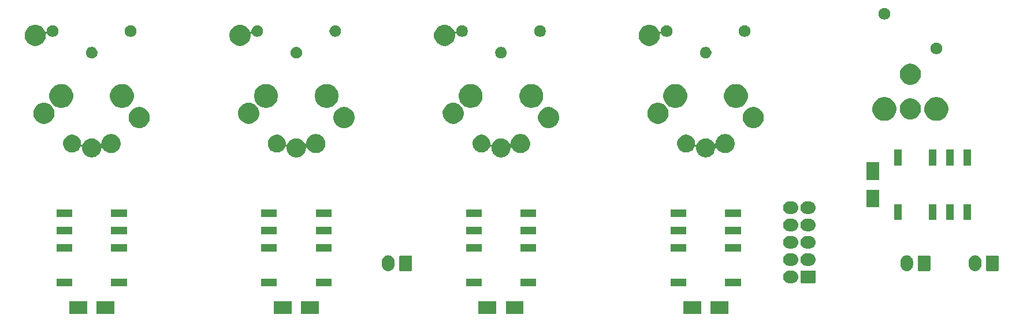
<source format=gbr>
G04 #@! TF.GenerationSoftware,KiCad,Pcbnew,5.1.4*
G04 #@! TF.CreationDate,2019-09-29T22:18:50-04:00*
G04 #@! TF.ProjectId,input_output_board,696e7075-745f-46f7-9574-7075745f626f,0*
G04 #@! TF.SameCoordinates,Original*
G04 #@! TF.FileFunction,Soldermask,Top*
G04 #@! TF.FilePolarity,Negative*
%FSLAX46Y46*%
G04 Gerber Fmt 4.6, Leading zero omitted, Abs format (unit mm)*
G04 Created by KiCad (PCBNEW 5.1.4) date 2019-09-29 22:18:50*
%MOMM*%
%LPD*%
G04 APERTURE LIST*
%ADD10C,0.100000*%
G04 APERTURE END LIST*
D10*
G36*
X67301000Y-147451000D02*
G01*
X64699000Y-147451000D01*
X64699000Y-145549000D01*
X67301000Y-145549000D01*
X67301000Y-147451000D01*
X67301000Y-147451000D01*
G37*
G36*
X153301000Y-147451000D02*
G01*
X150699000Y-147451000D01*
X150699000Y-145549000D01*
X153301000Y-145549000D01*
X153301000Y-147451000D01*
X153301000Y-147451000D01*
G37*
G36*
X157301000Y-147451000D02*
G01*
X154699000Y-147451000D01*
X154699000Y-145549000D01*
X157301000Y-145549000D01*
X157301000Y-147451000D01*
X157301000Y-147451000D01*
G37*
G36*
X123301000Y-147451000D02*
G01*
X120699000Y-147451000D01*
X120699000Y-145549000D01*
X123301000Y-145549000D01*
X123301000Y-147451000D01*
X123301000Y-147451000D01*
G37*
G36*
X127301000Y-147451000D02*
G01*
X124699000Y-147451000D01*
X124699000Y-145549000D01*
X127301000Y-145549000D01*
X127301000Y-147451000D01*
X127301000Y-147451000D01*
G37*
G36*
X97301000Y-147451000D02*
G01*
X94699000Y-147451000D01*
X94699000Y-145549000D01*
X97301000Y-145549000D01*
X97301000Y-147451000D01*
X97301000Y-147451000D01*
G37*
G36*
X93301000Y-147451000D02*
G01*
X90699000Y-147451000D01*
X90699000Y-145549000D01*
X93301000Y-145549000D01*
X93301000Y-147451000D01*
X93301000Y-147451000D01*
G37*
G36*
X63301000Y-147451000D02*
G01*
X60699000Y-147451000D01*
X60699000Y-145549000D01*
X63301000Y-145549000D01*
X63301000Y-147451000D01*
X63301000Y-147451000D01*
G37*
G36*
X99151000Y-143401000D02*
G01*
X96849000Y-143401000D01*
X96849000Y-142299000D01*
X99151000Y-142299000D01*
X99151000Y-143401000D01*
X99151000Y-143401000D01*
G37*
G36*
X129151000Y-143401000D02*
G01*
X126849000Y-143401000D01*
X126849000Y-142299000D01*
X129151000Y-142299000D01*
X129151000Y-143401000D01*
X129151000Y-143401000D01*
G37*
G36*
X91151000Y-143401000D02*
G01*
X88849000Y-143401000D01*
X88849000Y-142299000D01*
X91151000Y-142299000D01*
X91151000Y-143401000D01*
X91151000Y-143401000D01*
G37*
G36*
X69151000Y-143401000D02*
G01*
X66849000Y-143401000D01*
X66849000Y-142299000D01*
X69151000Y-142299000D01*
X69151000Y-143401000D01*
X69151000Y-143401000D01*
G37*
G36*
X61151000Y-143401000D02*
G01*
X58849000Y-143401000D01*
X58849000Y-142299000D01*
X61151000Y-142299000D01*
X61151000Y-143401000D01*
X61151000Y-143401000D01*
G37*
G36*
X159151000Y-143401000D02*
G01*
X156849000Y-143401000D01*
X156849000Y-142299000D01*
X159151000Y-142299000D01*
X159151000Y-143401000D01*
X159151000Y-143401000D01*
G37*
G36*
X151151000Y-143401000D02*
G01*
X148849000Y-143401000D01*
X148849000Y-142299000D01*
X151151000Y-142299000D01*
X151151000Y-143401000D01*
X151151000Y-143401000D01*
G37*
G36*
X121151000Y-143401000D02*
G01*
X118849000Y-143401000D01*
X118849000Y-142299000D01*
X121151000Y-142299000D01*
X121151000Y-143401000D01*
X121151000Y-143401000D01*
G37*
G36*
X169979561Y-141082966D02*
G01*
X170012383Y-141092923D01*
X170042632Y-141109092D01*
X170069148Y-141130852D01*
X170090908Y-141157368D01*
X170107077Y-141187617D01*
X170117034Y-141220439D01*
X170121000Y-141260713D01*
X170121000Y-142739287D01*
X170117034Y-142779561D01*
X170107077Y-142812383D01*
X170090908Y-142842632D01*
X170069148Y-142869148D01*
X170042632Y-142890908D01*
X170012383Y-142907077D01*
X169979561Y-142917034D01*
X169939287Y-142921000D01*
X168060713Y-142921000D01*
X168020439Y-142917034D01*
X167987617Y-142907077D01*
X167957368Y-142890908D01*
X167930852Y-142869148D01*
X167909092Y-142842632D01*
X167892923Y-142812383D01*
X167882966Y-142779561D01*
X167879000Y-142739287D01*
X167879000Y-141260713D01*
X167882966Y-141220439D01*
X167892923Y-141187617D01*
X167909092Y-141157368D01*
X167930852Y-141130852D01*
X167957368Y-141109092D01*
X167987617Y-141092923D01*
X168020439Y-141082966D01*
X168060713Y-141079000D01*
X169939287Y-141079000D01*
X169979561Y-141082966D01*
X169979561Y-141082966D01*
G37*
G36*
X166745512Y-141082966D02*
G01*
X166840548Y-141092326D01*
X167014157Y-141144990D01*
X167174156Y-141230511D01*
X167188612Y-141242375D01*
X167314397Y-141345603D01*
X167393729Y-141442271D01*
X167429489Y-141485844D01*
X167515010Y-141645843D01*
X167567674Y-141819452D01*
X167585456Y-142000000D01*
X167567674Y-142180548D01*
X167515010Y-142354157D01*
X167429489Y-142514156D01*
X167393729Y-142557729D01*
X167314397Y-142654397D01*
X167217729Y-142733729D01*
X167174156Y-142769489D01*
X167014157Y-142855010D01*
X166840548Y-142907674D01*
X166756874Y-142915915D01*
X166705245Y-142921000D01*
X166214755Y-142921000D01*
X166163126Y-142915915D01*
X166079452Y-142907674D01*
X165905843Y-142855010D01*
X165745844Y-142769489D01*
X165702271Y-142733729D01*
X165605603Y-142654397D01*
X165526271Y-142557729D01*
X165490511Y-142514156D01*
X165404990Y-142354157D01*
X165352326Y-142180548D01*
X165334544Y-142000000D01*
X165352326Y-141819452D01*
X165404990Y-141645843D01*
X165490511Y-141485844D01*
X165526271Y-141442271D01*
X165605603Y-141345603D01*
X165731388Y-141242375D01*
X165745844Y-141230511D01*
X165905843Y-141144990D01*
X166079452Y-141092326D01*
X166174488Y-141082966D01*
X166214755Y-141079000D01*
X166705245Y-141079000D01*
X166745512Y-141082966D01*
X166745512Y-141082966D01*
G37*
G36*
X193640548Y-138862326D02*
G01*
X193814157Y-138914990D01*
X193974156Y-139000511D01*
X193988612Y-139012375D01*
X194114397Y-139115603D01*
X194193729Y-139212271D01*
X194229489Y-139255844D01*
X194315010Y-139415843D01*
X194367674Y-139589452D01*
X194381000Y-139724757D01*
X194381000Y-140275244D01*
X194367674Y-140410548D01*
X194315010Y-140584157D01*
X194229489Y-140744156D01*
X194193729Y-140787729D01*
X194114397Y-140884397D01*
X193974155Y-140999489D01*
X193814156Y-141085010D01*
X193640547Y-141137674D01*
X193460000Y-141155456D01*
X193279452Y-141137674D01*
X193105843Y-141085010D01*
X192945844Y-140999489D01*
X192902271Y-140963729D01*
X192805603Y-140884397D01*
X192690511Y-140744155D01*
X192604991Y-140584158D01*
X192604990Y-140584156D01*
X192552326Y-140410547D01*
X192539000Y-140275243D01*
X192539000Y-139724756D01*
X192552326Y-139589452D01*
X192604990Y-139415843D01*
X192690512Y-139255844D01*
X192700832Y-139243270D01*
X192805604Y-139115603D01*
X192931389Y-139012375D01*
X192945845Y-139000511D01*
X193105844Y-138914990D01*
X193279453Y-138862326D01*
X193460000Y-138844544D01*
X193640548Y-138862326D01*
X193640548Y-138862326D01*
G37*
G36*
X183640548Y-138862326D02*
G01*
X183814157Y-138914990D01*
X183974156Y-139000511D01*
X183988612Y-139012375D01*
X184114397Y-139115603D01*
X184193729Y-139212271D01*
X184229489Y-139255844D01*
X184315010Y-139415843D01*
X184367674Y-139589452D01*
X184381000Y-139724757D01*
X184381000Y-140275244D01*
X184367674Y-140410548D01*
X184315010Y-140584157D01*
X184229489Y-140744156D01*
X184193729Y-140787729D01*
X184114397Y-140884397D01*
X183974155Y-140999489D01*
X183814156Y-141085010D01*
X183640547Y-141137674D01*
X183460000Y-141155456D01*
X183279452Y-141137674D01*
X183105843Y-141085010D01*
X182945844Y-140999489D01*
X182902271Y-140963729D01*
X182805603Y-140884397D01*
X182690511Y-140744155D01*
X182604991Y-140584158D01*
X182604990Y-140584156D01*
X182552326Y-140410547D01*
X182539000Y-140275243D01*
X182539000Y-139724756D01*
X182552326Y-139589452D01*
X182604990Y-139415843D01*
X182690512Y-139255844D01*
X182700832Y-139243270D01*
X182805604Y-139115603D01*
X182931389Y-139012375D01*
X182945845Y-139000511D01*
X183105844Y-138914990D01*
X183279453Y-138862326D01*
X183460000Y-138844544D01*
X183640548Y-138862326D01*
X183640548Y-138862326D01*
G37*
G36*
X107640548Y-138862326D02*
G01*
X107814157Y-138914990D01*
X107974156Y-139000511D01*
X107988612Y-139012375D01*
X108114397Y-139115603D01*
X108193729Y-139212271D01*
X108229489Y-139255844D01*
X108315010Y-139415843D01*
X108367674Y-139589452D01*
X108381000Y-139724757D01*
X108381000Y-140275244D01*
X108367674Y-140410548D01*
X108315010Y-140584157D01*
X108229489Y-140744156D01*
X108193729Y-140787729D01*
X108114397Y-140884397D01*
X107974155Y-140999489D01*
X107814156Y-141085010D01*
X107640547Y-141137674D01*
X107460000Y-141155456D01*
X107279452Y-141137674D01*
X107105843Y-141085010D01*
X106945844Y-140999489D01*
X106902271Y-140963729D01*
X106805603Y-140884397D01*
X106690511Y-140744155D01*
X106604991Y-140584158D01*
X106604990Y-140584156D01*
X106552326Y-140410547D01*
X106539000Y-140275243D01*
X106539000Y-139724756D01*
X106552326Y-139589452D01*
X106604990Y-139415843D01*
X106690512Y-139255844D01*
X106700832Y-139243270D01*
X106805604Y-139115603D01*
X106931389Y-139012375D01*
X106945845Y-139000511D01*
X107105844Y-138914990D01*
X107279453Y-138862326D01*
X107460000Y-138844544D01*
X107640548Y-138862326D01*
X107640548Y-138862326D01*
G37*
G36*
X196779561Y-138852966D02*
G01*
X196812383Y-138862923D01*
X196842632Y-138879092D01*
X196869148Y-138900852D01*
X196890908Y-138927368D01*
X196907077Y-138957617D01*
X196917034Y-138990439D01*
X196921000Y-139030713D01*
X196921000Y-140969287D01*
X196917034Y-141009561D01*
X196907077Y-141042383D01*
X196890908Y-141072632D01*
X196869148Y-141099148D01*
X196842632Y-141120908D01*
X196812383Y-141137077D01*
X196779561Y-141147034D01*
X196739287Y-141151000D01*
X195260713Y-141151000D01*
X195220439Y-141147034D01*
X195187617Y-141137077D01*
X195157368Y-141120908D01*
X195130852Y-141099148D01*
X195109092Y-141072632D01*
X195092923Y-141042383D01*
X195082966Y-141009561D01*
X195079000Y-140969287D01*
X195079000Y-139030713D01*
X195082966Y-138990439D01*
X195092923Y-138957617D01*
X195109092Y-138927368D01*
X195130852Y-138900852D01*
X195157368Y-138879092D01*
X195187617Y-138862923D01*
X195220439Y-138852966D01*
X195260713Y-138849000D01*
X196739287Y-138849000D01*
X196779561Y-138852966D01*
X196779561Y-138852966D01*
G37*
G36*
X110779561Y-138852966D02*
G01*
X110812383Y-138862923D01*
X110842632Y-138879092D01*
X110869148Y-138900852D01*
X110890908Y-138927368D01*
X110907077Y-138957617D01*
X110917034Y-138990439D01*
X110921000Y-139030713D01*
X110921000Y-140969287D01*
X110917034Y-141009561D01*
X110907077Y-141042383D01*
X110890908Y-141072632D01*
X110869148Y-141099148D01*
X110842632Y-141120908D01*
X110812383Y-141137077D01*
X110779561Y-141147034D01*
X110739287Y-141151000D01*
X109260713Y-141151000D01*
X109220439Y-141147034D01*
X109187617Y-141137077D01*
X109157368Y-141120908D01*
X109130852Y-141099148D01*
X109109092Y-141072632D01*
X109092923Y-141042383D01*
X109082966Y-141009561D01*
X109079000Y-140969287D01*
X109079000Y-139030713D01*
X109082966Y-138990439D01*
X109092923Y-138957617D01*
X109109092Y-138927368D01*
X109130852Y-138900852D01*
X109157368Y-138879092D01*
X109187617Y-138862923D01*
X109220439Y-138852966D01*
X109260713Y-138849000D01*
X110739287Y-138849000D01*
X110779561Y-138852966D01*
X110779561Y-138852966D01*
G37*
G36*
X186779561Y-138852966D02*
G01*
X186812383Y-138862923D01*
X186842632Y-138879092D01*
X186869148Y-138900852D01*
X186890908Y-138927368D01*
X186907077Y-138957617D01*
X186917034Y-138990439D01*
X186921000Y-139030713D01*
X186921000Y-140969287D01*
X186917034Y-141009561D01*
X186907077Y-141042383D01*
X186890908Y-141072632D01*
X186869148Y-141099148D01*
X186842632Y-141120908D01*
X186812383Y-141137077D01*
X186779561Y-141147034D01*
X186739287Y-141151000D01*
X185260713Y-141151000D01*
X185220439Y-141147034D01*
X185187617Y-141137077D01*
X185157368Y-141120908D01*
X185130852Y-141099148D01*
X185109092Y-141072632D01*
X185092923Y-141042383D01*
X185082966Y-141009561D01*
X185079000Y-140969287D01*
X185079000Y-139030713D01*
X185082966Y-138990439D01*
X185092923Y-138957617D01*
X185109092Y-138927368D01*
X185130852Y-138900852D01*
X185157368Y-138879092D01*
X185187617Y-138862923D01*
X185220439Y-138852966D01*
X185260713Y-138849000D01*
X186739287Y-138849000D01*
X186779561Y-138852966D01*
X186779561Y-138852966D01*
G37*
G36*
X169290345Y-138543442D02*
G01*
X169380548Y-138552326D01*
X169554157Y-138604990D01*
X169714156Y-138690511D01*
X169757729Y-138726271D01*
X169854397Y-138805603D01*
X169914707Y-138879092D01*
X169969489Y-138945844D01*
X170055010Y-139105843D01*
X170107674Y-139279452D01*
X170125456Y-139460000D01*
X170107674Y-139640548D01*
X170055010Y-139814157D01*
X169969489Y-139974156D01*
X169933729Y-140017729D01*
X169854397Y-140114397D01*
X169757729Y-140193729D01*
X169714156Y-140229489D01*
X169554157Y-140315010D01*
X169380548Y-140367674D01*
X169290345Y-140376558D01*
X169245245Y-140381000D01*
X168754755Y-140381000D01*
X168709655Y-140376558D01*
X168619452Y-140367674D01*
X168445843Y-140315010D01*
X168285844Y-140229489D01*
X168242271Y-140193729D01*
X168145603Y-140114397D01*
X168066271Y-140017729D01*
X168030511Y-139974156D01*
X167944990Y-139814157D01*
X167892326Y-139640548D01*
X167874544Y-139460000D01*
X167892326Y-139279452D01*
X167944990Y-139105843D01*
X168030511Y-138945844D01*
X168085293Y-138879092D01*
X168145603Y-138805603D01*
X168242271Y-138726271D01*
X168285844Y-138690511D01*
X168445843Y-138604990D01*
X168619452Y-138552326D01*
X168709655Y-138543442D01*
X168754755Y-138539000D01*
X169245245Y-138539000D01*
X169290345Y-138543442D01*
X169290345Y-138543442D01*
G37*
G36*
X166750345Y-138543442D02*
G01*
X166840548Y-138552326D01*
X167014157Y-138604990D01*
X167174156Y-138690511D01*
X167217729Y-138726271D01*
X167314397Y-138805603D01*
X167374707Y-138879092D01*
X167429489Y-138945844D01*
X167515010Y-139105843D01*
X167567674Y-139279452D01*
X167585456Y-139460000D01*
X167567674Y-139640548D01*
X167515010Y-139814157D01*
X167429489Y-139974156D01*
X167393729Y-140017729D01*
X167314397Y-140114397D01*
X167217729Y-140193729D01*
X167174156Y-140229489D01*
X167014157Y-140315010D01*
X166840548Y-140367674D01*
X166750345Y-140376558D01*
X166705245Y-140381000D01*
X166214755Y-140381000D01*
X166169655Y-140376558D01*
X166079452Y-140367674D01*
X165905843Y-140315010D01*
X165745844Y-140229489D01*
X165702271Y-140193729D01*
X165605603Y-140114397D01*
X165526271Y-140017729D01*
X165490511Y-139974156D01*
X165404990Y-139814157D01*
X165352326Y-139640548D01*
X165334544Y-139460000D01*
X165352326Y-139279452D01*
X165404990Y-139105843D01*
X165490511Y-138945844D01*
X165545293Y-138879092D01*
X165605603Y-138805603D01*
X165702271Y-138726271D01*
X165745844Y-138690511D01*
X165905843Y-138604990D01*
X166079452Y-138552326D01*
X166169655Y-138543442D01*
X166214755Y-138539000D01*
X166705245Y-138539000D01*
X166750345Y-138543442D01*
X166750345Y-138543442D01*
G37*
G36*
X99151000Y-138321000D02*
G01*
X96849000Y-138321000D01*
X96849000Y-137219000D01*
X99151000Y-137219000D01*
X99151000Y-138321000D01*
X99151000Y-138321000D01*
G37*
G36*
X151151000Y-138321000D02*
G01*
X148849000Y-138321000D01*
X148849000Y-137219000D01*
X151151000Y-137219000D01*
X151151000Y-138321000D01*
X151151000Y-138321000D01*
G37*
G36*
X121151000Y-138321000D02*
G01*
X118849000Y-138321000D01*
X118849000Y-137219000D01*
X121151000Y-137219000D01*
X121151000Y-138321000D01*
X121151000Y-138321000D01*
G37*
G36*
X129151000Y-138321000D02*
G01*
X126849000Y-138321000D01*
X126849000Y-137219000D01*
X129151000Y-137219000D01*
X129151000Y-138321000D01*
X129151000Y-138321000D01*
G37*
G36*
X91151000Y-138321000D02*
G01*
X88849000Y-138321000D01*
X88849000Y-137219000D01*
X91151000Y-137219000D01*
X91151000Y-138321000D01*
X91151000Y-138321000D01*
G37*
G36*
X69151000Y-138321000D02*
G01*
X66849000Y-138321000D01*
X66849000Y-137219000D01*
X69151000Y-137219000D01*
X69151000Y-138321000D01*
X69151000Y-138321000D01*
G37*
G36*
X61151000Y-138321000D02*
G01*
X58849000Y-138321000D01*
X58849000Y-137219000D01*
X61151000Y-137219000D01*
X61151000Y-138321000D01*
X61151000Y-138321000D01*
G37*
G36*
X159151000Y-138321000D02*
G01*
X156849000Y-138321000D01*
X156849000Y-137219000D01*
X159151000Y-137219000D01*
X159151000Y-138321000D01*
X159151000Y-138321000D01*
G37*
G36*
X169290345Y-136003442D02*
G01*
X169380548Y-136012326D01*
X169554157Y-136064990D01*
X169714156Y-136150511D01*
X169757729Y-136186271D01*
X169854397Y-136265603D01*
X169933729Y-136362271D01*
X169969489Y-136405844D01*
X170055010Y-136565843D01*
X170107674Y-136739452D01*
X170125456Y-136920000D01*
X170107674Y-137100548D01*
X170055010Y-137274157D01*
X169969489Y-137434156D01*
X169933729Y-137477729D01*
X169854397Y-137574397D01*
X169757729Y-137653729D01*
X169714156Y-137689489D01*
X169554157Y-137775010D01*
X169380548Y-137827674D01*
X169290345Y-137836558D01*
X169245245Y-137841000D01*
X168754755Y-137841000D01*
X168709655Y-137836558D01*
X168619452Y-137827674D01*
X168445843Y-137775010D01*
X168285844Y-137689489D01*
X168242271Y-137653729D01*
X168145603Y-137574397D01*
X168066271Y-137477729D01*
X168030511Y-137434156D01*
X167944990Y-137274157D01*
X167892326Y-137100548D01*
X167874544Y-136920000D01*
X167892326Y-136739452D01*
X167944990Y-136565843D01*
X168030511Y-136405844D01*
X168066271Y-136362271D01*
X168145603Y-136265603D01*
X168242271Y-136186271D01*
X168285844Y-136150511D01*
X168445843Y-136064990D01*
X168619452Y-136012326D01*
X168709655Y-136003442D01*
X168754755Y-135999000D01*
X169245245Y-135999000D01*
X169290345Y-136003442D01*
X169290345Y-136003442D01*
G37*
G36*
X166750345Y-136003442D02*
G01*
X166840548Y-136012326D01*
X167014157Y-136064990D01*
X167174156Y-136150511D01*
X167217729Y-136186271D01*
X167314397Y-136265603D01*
X167393729Y-136362271D01*
X167429489Y-136405844D01*
X167515010Y-136565843D01*
X167567674Y-136739452D01*
X167585456Y-136920000D01*
X167567674Y-137100548D01*
X167515010Y-137274157D01*
X167429489Y-137434156D01*
X167393729Y-137477729D01*
X167314397Y-137574397D01*
X167217729Y-137653729D01*
X167174156Y-137689489D01*
X167014157Y-137775010D01*
X166840548Y-137827674D01*
X166750345Y-137836558D01*
X166705245Y-137841000D01*
X166214755Y-137841000D01*
X166169655Y-137836558D01*
X166079452Y-137827674D01*
X165905843Y-137775010D01*
X165745844Y-137689489D01*
X165702271Y-137653729D01*
X165605603Y-137574397D01*
X165526271Y-137477729D01*
X165490511Y-137434156D01*
X165404990Y-137274157D01*
X165352326Y-137100548D01*
X165334544Y-136920000D01*
X165352326Y-136739452D01*
X165404990Y-136565843D01*
X165490511Y-136405844D01*
X165526271Y-136362271D01*
X165605603Y-136265603D01*
X165702271Y-136186271D01*
X165745844Y-136150511D01*
X165905843Y-136064990D01*
X166079452Y-136012326D01*
X166169655Y-136003442D01*
X166214755Y-135999000D01*
X166705245Y-135999000D01*
X166750345Y-136003442D01*
X166750345Y-136003442D01*
G37*
G36*
X61151000Y-135781000D02*
G01*
X58849000Y-135781000D01*
X58849000Y-134679000D01*
X61151000Y-134679000D01*
X61151000Y-135781000D01*
X61151000Y-135781000D01*
G37*
G36*
X69151000Y-135781000D02*
G01*
X66849000Y-135781000D01*
X66849000Y-134679000D01*
X69151000Y-134679000D01*
X69151000Y-135781000D01*
X69151000Y-135781000D01*
G37*
G36*
X99151000Y-135781000D02*
G01*
X96849000Y-135781000D01*
X96849000Y-134679000D01*
X99151000Y-134679000D01*
X99151000Y-135781000D01*
X99151000Y-135781000D01*
G37*
G36*
X91151000Y-135781000D02*
G01*
X88849000Y-135781000D01*
X88849000Y-134679000D01*
X91151000Y-134679000D01*
X91151000Y-135781000D01*
X91151000Y-135781000D01*
G37*
G36*
X121151000Y-135781000D02*
G01*
X118849000Y-135781000D01*
X118849000Y-134679000D01*
X121151000Y-134679000D01*
X121151000Y-135781000D01*
X121151000Y-135781000D01*
G37*
G36*
X159151000Y-135781000D02*
G01*
X156849000Y-135781000D01*
X156849000Y-134679000D01*
X159151000Y-134679000D01*
X159151000Y-135781000D01*
X159151000Y-135781000D01*
G37*
G36*
X151151000Y-135781000D02*
G01*
X148849000Y-135781000D01*
X148849000Y-134679000D01*
X151151000Y-134679000D01*
X151151000Y-135781000D01*
X151151000Y-135781000D01*
G37*
G36*
X129151000Y-135781000D02*
G01*
X126849000Y-135781000D01*
X126849000Y-134679000D01*
X129151000Y-134679000D01*
X129151000Y-135781000D01*
X129151000Y-135781000D01*
G37*
G36*
X166750345Y-133463442D02*
G01*
X166840548Y-133472326D01*
X167014157Y-133524990D01*
X167174156Y-133610511D01*
X167217729Y-133646271D01*
X167314397Y-133725603D01*
X167393729Y-133822271D01*
X167429489Y-133865844D01*
X167515010Y-134025843D01*
X167567674Y-134199452D01*
X167585456Y-134380000D01*
X167567674Y-134560548D01*
X167515010Y-134734157D01*
X167429489Y-134894156D01*
X167393729Y-134937729D01*
X167314397Y-135034397D01*
X167217729Y-135113729D01*
X167174156Y-135149489D01*
X167014157Y-135235010D01*
X166840548Y-135287674D01*
X166750345Y-135296558D01*
X166705245Y-135301000D01*
X166214755Y-135301000D01*
X166169655Y-135296558D01*
X166079452Y-135287674D01*
X165905843Y-135235010D01*
X165745844Y-135149489D01*
X165702271Y-135113729D01*
X165605603Y-135034397D01*
X165526271Y-134937729D01*
X165490511Y-134894156D01*
X165404990Y-134734157D01*
X165352326Y-134560548D01*
X165334544Y-134380000D01*
X165352326Y-134199452D01*
X165404990Y-134025843D01*
X165490511Y-133865844D01*
X165526271Y-133822271D01*
X165605603Y-133725603D01*
X165702271Y-133646271D01*
X165745844Y-133610511D01*
X165905843Y-133524990D01*
X166079452Y-133472326D01*
X166169655Y-133463442D01*
X166214755Y-133459000D01*
X166705245Y-133459000D01*
X166750345Y-133463442D01*
X166750345Y-133463442D01*
G37*
G36*
X169290345Y-133463442D02*
G01*
X169380548Y-133472326D01*
X169554157Y-133524990D01*
X169714156Y-133610511D01*
X169757729Y-133646271D01*
X169854397Y-133725603D01*
X169933729Y-133822271D01*
X169969489Y-133865844D01*
X170055010Y-134025843D01*
X170107674Y-134199452D01*
X170125456Y-134380000D01*
X170107674Y-134560548D01*
X170055010Y-134734157D01*
X169969489Y-134894156D01*
X169933729Y-134937729D01*
X169854397Y-135034397D01*
X169757729Y-135113729D01*
X169714156Y-135149489D01*
X169554157Y-135235010D01*
X169380548Y-135287674D01*
X169290345Y-135296558D01*
X169245245Y-135301000D01*
X168754755Y-135301000D01*
X168709655Y-135296558D01*
X168619452Y-135287674D01*
X168445843Y-135235010D01*
X168285844Y-135149489D01*
X168242271Y-135113729D01*
X168145603Y-135034397D01*
X168066271Y-134937729D01*
X168030511Y-134894156D01*
X167944990Y-134734157D01*
X167892326Y-134560548D01*
X167874544Y-134380000D01*
X167892326Y-134199452D01*
X167944990Y-134025843D01*
X168030511Y-133865844D01*
X168066271Y-133822271D01*
X168145603Y-133725603D01*
X168242271Y-133646271D01*
X168285844Y-133610511D01*
X168445843Y-133524990D01*
X168619452Y-133472326D01*
X168709655Y-133463442D01*
X168754755Y-133459000D01*
X169245245Y-133459000D01*
X169290345Y-133463442D01*
X169290345Y-133463442D01*
G37*
G36*
X190321000Y-133651000D02*
G01*
X189219000Y-133651000D01*
X189219000Y-131349000D01*
X190321000Y-131349000D01*
X190321000Y-133651000D01*
X190321000Y-133651000D01*
G37*
G36*
X182701000Y-133651000D02*
G01*
X181599000Y-133651000D01*
X181599000Y-131349000D01*
X182701000Y-131349000D01*
X182701000Y-133651000D01*
X182701000Y-133651000D01*
G37*
G36*
X192861000Y-133651000D02*
G01*
X191759000Y-133651000D01*
X191759000Y-131349000D01*
X192861000Y-131349000D01*
X192861000Y-133651000D01*
X192861000Y-133651000D01*
G37*
G36*
X187781000Y-133651000D02*
G01*
X186679000Y-133651000D01*
X186679000Y-131349000D01*
X187781000Y-131349000D01*
X187781000Y-133651000D01*
X187781000Y-133651000D01*
G37*
G36*
X151151000Y-133241000D02*
G01*
X148849000Y-133241000D01*
X148849000Y-132139000D01*
X151151000Y-132139000D01*
X151151000Y-133241000D01*
X151151000Y-133241000D01*
G37*
G36*
X121151000Y-133241000D02*
G01*
X118849000Y-133241000D01*
X118849000Y-132139000D01*
X121151000Y-132139000D01*
X121151000Y-133241000D01*
X121151000Y-133241000D01*
G37*
G36*
X129151000Y-133241000D02*
G01*
X126849000Y-133241000D01*
X126849000Y-132139000D01*
X129151000Y-132139000D01*
X129151000Y-133241000D01*
X129151000Y-133241000D01*
G37*
G36*
X61151000Y-133241000D02*
G01*
X58849000Y-133241000D01*
X58849000Y-132139000D01*
X61151000Y-132139000D01*
X61151000Y-133241000D01*
X61151000Y-133241000D01*
G37*
G36*
X69151000Y-133241000D02*
G01*
X66849000Y-133241000D01*
X66849000Y-132139000D01*
X69151000Y-132139000D01*
X69151000Y-133241000D01*
X69151000Y-133241000D01*
G37*
G36*
X91151000Y-133241000D02*
G01*
X88849000Y-133241000D01*
X88849000Y-132139000D01*
X91151000Y-132139000D01*
X91151000Y-133241000D01*
X91151000Y-133241000D01*
G37*
G36*
X159151000Y-133241000D02*
G01*
X156849000Y-133241000D01*
X156849000Y-132139000D01*
X159151000Y-132139000D01*
X159151000Y-133241000D01*
X159151000Y-133241000D01*
G37*
G36*
X99151000Y-133241000D02*
G01*
X96849000Y-133241000D01*
X96849000Y-132139000D01*
X99151000Y-132139000D01*
X99151000Y-133241000D01*
X99151000Y-133241000D01*
G37*
G36*
X169290345Y-130923442D02*
G01*
X169380548Y-130932326D01*
X169554157Y-130984990D01*
X169714156Y-131070511D01*
X169757729Y-131106271D01*
X169854397Y-131185603D01*
X169933729Y-131282271D01*
X169969489Y-131325844D01*
X170055010Y-131485843D01*
X170107674Y-131659452D01*
X170125456Y-131840000D01*
X170107674Y-132020548D01*
X170055010Y-132194157D01*
X169969489Y-132354156D01*
X169933729Y-132397729D01*
X169854397Y-132494397D01*
X169757729Y-132573729D01*
X169714156Y-132609489D01*
X169554157Y-132695010D01*
X169380548Y-132747674D01*
X169290345Y-132756558D01*
X169245245Y-132761000D01*
X168754755Y-132761000D01*
X168709655Y-132756558D01*
X168619452Y-132747674D01*
X168445843Y-132695010D01*
X168285844Y-132609489D01*
X168242271Y-132573729D01*
X168145603Y-132494397D01*
X168066271Y-132397729D01*
X168030511Y-132354156D01*
X167944990Y-132194157D01*
X167892326Y-132020548D01*
X167874544Y-131840000D01*
X167892326Y-131659452D01*
X167944990Y-131485843D01*
X168030511Y-131325844D01*
X168066271Y-131282271D01*
X168145603Y-131185603D01*
X168242271Y-131106271D01*
X168285844Y-131070511D01*
X168445843Y-130984990D01*
X168619452Y-130932326D01*
X168709655Y-130923442D01*
X168754755Y-130919000D01*
X169245245Y-130919000D01*
X169290345Y-130923442D01*
X169290345Y-130923442D01*
G37*
G36*
X166750345Y-130923442D02*
G01*
X166840548Y-130932326D01*
X167014157Y-130984990D01*
X167174156Y-131070511D01*
X167217729Y-131106271D01*
X167314397Y-131185603D01*
X167393729Y-131282271D01*
X167429489Y-131325844D01*
X167515010Y-131485843D01*
X167567674Y-131659452D01*
X167585456Y-131840000D01*
X167567674Y-132020548D01*
X167515010Y-132194157D01*
X167429489Y-132354156D01*
X167393729Y-132397729D01*
X167314397Y-132494397D01*
X167217729Y-132573729D01*
X167174156Y-132609489D01*
X167014157Y-132695010D01*
X166840548Y-132747674D01*
X166750345Y-132756558D01*
X166705245Y-132761000D01*
X166214755Y-132761000D01*
X166169655Y-132756558D01*
X166079452Y-132747674D01*
X165905843Y-132695010D01*
X165745844Y-132609489D01*
X165702271Y-132573729D01*
X165605603Y-132494397D01*
X165526271Y-132397729D01*
X165490511Y-132354156D01*
X165404990Y-132194157D01*
X165352326Y-132020548D01*
X165334544Y-131840000D01*
X165352326Y-131659452D01*
X165404990Y-131485843D01*
X165490511Y-131325844D01*
X165526271Y-131282271D01*
X165605603Y-131185603D01*
X165702271Y-131106271D01*
X165745844Y-131070511D01*
X165905843Y-130984990D01*
X166079452Y-130932326D01*
X166169655Y-130923442D01*
X166214755Y-130919000D01*
X166705245Y-130919000D01*
X166750345Y-130923442D01*
X166750345Y-130923442D01*
G37*
G36*
X179451000Y-131801000D02*
G01*
X177549000Y-131801000D01*
X177549000Y-129199000D01*
X179451000Y-129199000D01*
X179451000Y-131801000D01*
X179451000Y-131801000D01*
G37*
G36*
X179451000Y-127801000D02*
G01*
X177549000Y-127801000D01*
X177549000Y-125199000D01*
X179451000Y-125199000D01*
X179451000Y-127801000D01*
X179451000Y-127801000D01*
G37*
G36*
X192861000Y-125651000D02*
G01*
X191759000Y-125651000D01*
X191759000Y-123349000D01*
X192861000Y-123349000D01*
X192861000Y-125651000D01*
X192861000Y-125651000D01*
G37*
G36*
X190321000Y-125651000D02*
G01*
X189219000Y-125651000D01*
X189219000Y-123349000D01*
X190321000Y-123349000D01*
X190321000Y-125651000D01*
X190321000Y-125651000D01*
G37*
G36*
X187781000Y-125651000D02*
G01*
X186679000Y-125651000D01*
X186679000Y-123349000D01*
X187781000Y-123349000D01*
X187781000Y-125651000D01*
X187781000Y-125651000D01*
G37*
G36*
X182701000Y-125651000D02*
G01*
X181599000Y-125651000D01*
X181599000Y-123349000D01*
X182701000Y-123349000D01*
X182701000Y-125651000D01*
X182701000Y-125651000D01*
G37*
G36*
X127160933Y-121079893D02*
G01*
X127251157Y-121097839D01*
X127356767Y-121141585D01*
X127506121Y-121203449D01*
X127506122Y-121203450D01*
X127735586Y-121356772D01*
X127930728Y-121551914D01*
X127973322Y-121615661D01*
X128084051Y-121781379D01*
X128145915Y-121930733D01*
X128189661Y-122036343D01*
X128243500Y-122307014D01*
X128243500Y-122582986D01*
X128189821Y-122852855D01*
X128189661Y-122853656D01*
X128084051Y-123108621D01*
X128070068Y-123129548D01*
X127930728Y-123338086D01*
X127735586Y-123533228D01*
X127638749Y-123597932D01*
X127506121Y-123686551D01*
X127368342Y-123743621D01*
X127251157Y-123792161D01*
X127160933Y-123810107D01*
X126980488Y-123846000D01*
X126704512Y-123846000D01*
X126524067Y-123810107D01*
X126433843Y-123792161D01*
X126316658Y-123743621D01*
X126178879Y-123686551D01*
X126046251Y-123597932D01*
X125949414Y-123533228D01*
X125754272Y-123338086D01*
X125614932Y-123129548D01*
X125599387Y-123110606D01*
X125580445Y-123095061D01*
X125558834Y-123083510D01*
X125535385Y-123076397D01*
X125510999Y-123073995D01*
X125486613Y-123076397D01*
X125463164Y-123083510D01*
X125441553Y-123095061D01*
X125422611Y-123110606D01*
X125407066Y-123129548D01*
X125395515Y-123151159D01*
X125388402Y-123174608D01*
X125386000Y-123198994D01*
X125386000Y-123217988D01*
X125332161Y-123488656D01*
X125226551Y-123743621D01*
X125175675Y-123819763D01*
X125073228Y-123973086D01*
X124878086Y-124168228D01*
X124724763Y-124270675D01*
X124648621Y-124321551D01*
X124499267Y-124383415D01*
X124393657Y-124427161D01*
X124303433Y-124445107D01*
X124122988Y-124481000D01*
X123847012Y-124481000D01*
X123666567Y-124445107D01*
X123576343Y-124427161D01*
X123470733Y-124383415D01*
X123321379Y-124321551D01*
X123245237Y-124270675D01*
X123091914Y-124168228D01*
X122896772Y-123973086D01*
X122794325Y-123819763D01*
X122743449Y-123743621D01*
X122637839Y-123488656D01*
X122584000Y-123217988D01*
X122584000Y-122956788D01*
X122581598Y-122932402D01*
X122574485Y-122908953D01*
X122562934Y-122887342D01*
X122547389Y-122868400D01*
X122528447Y-122852855D01*
X122506836Y-122841304D01*
X122483387Y-122834191D01*
X122459001Y-122831789D01*
X122434615Y-122834191D01*
X122411166Y-122841304D01*
X122389555Y-122852855D01*
X122370613Y-122868400D01*
X122355068Y-122887342D01*
X122343517Y-122908953D01*
X122323703Y-122956788D01*
X122280431Y-123061255D01*
X122138053Y-123274339D01*
X121956839Y-123455553D01*
X121743755Y-123597931D01*
X121743754Y-123597932D01*
X121743753Y-123597932D01*
X121506987Y-123696004D01*
X121255639Y-123746000D01*
X120999361Y-123746000D01*
X120748013Y-123696004D01*
X120511247Y-123597932D01*
X120511246Y-123597932D01*
X120511245Y-123597931D01*
X120298161Y-123455553D01*
X120116947Y-123274339D01*
X119974569Y-123061255D01*
X119931297Y-122956788D01*
X119876496Y-122824487D01*
X119826500Y-122573139D01*
X119826500Y-122316861D01*
X119876496Y-122065513D01*
X119974568Y-121828747D01*
X120116947Y-121615661D01*
X120298161Y-121434447D01*
X120414410Y-121356772D01*
X120511245Y-121292069D01*
X120511247Y-121292068D01*
X120748013Y-121193996D01*
X120999361Y-121144000D01*
X121255639Y-121144000D01*
X121506987Y-121193996D01*
X121743753Y-121292068D01*
X121743755Y-121292069D01*
X121840590Y-121356772D01*
X121956839Y-121434447D01*
X122138053Y-121615661D01*
X122280432Y-121828747D01*
X122378504Y-122065513D01*
X122428500Y-122316861D01*
X122428500Y-122548320D01*
X122430902Y-122572706D01*
X122438015Y-122596155D01*
X122449566Y-122617766D01*
X122465111Y-122636708D01*
X122484053Y-122652253D01*
X122505664Y-122663804D01*
X122529113Y-122670917D01*
X122553499Y-122673319D01*
X122577885Y-122670917D01*
X122601334Y-122663804D01*
X122622945Y-122652253D01*
X122641887Y-122636708D01*
X122657432Y-122617766D01*
X122668983Y-122596155D01*
X122743449Y-122416379D01*
X122816526Y-122307012D01*
X122896772Y-122186914D01*
X123091914Y-121991772D01*
X123321378Y-121838450D01*
X123321379Y-121838449D01*
X123470733Y-121776585D01*
X123576343Y-121732839D01*
X123666567Y-121714893D01*
X123847012Y-121679000D01*
X124122988Y-121679000D01*
X124303433Y-121714893D01*
X124393657Y-121732839D01*
X124499267Y-121776585D01*
X124648621Y-121838449D01*
X124648622Y-121838450D01*
X124878086Y-121991772D01*
X125073228Y-122186914D01*
X125166166Y-122326006D01*
X125212568Y-122395452D01*
X125228113Y-122414394D01*
X125247055Y-122429939D01*
X125268666Y-122441490D01*
X125292115Y-122448603D01*
X125316501Y-122451005D01*
X125340887Y-122448603D01*
X125364336Y-122441490D01*
X125385947Y-122429939D01*
X125404889Y-122414394D01*
X125420434Y-122395452D01*
X125431985Y-122373841D01*
X125439098Y-122350392D01*
X125441500Y-122326006D01*
X125441500Y-122307012D01*
X125495339Y-122036344D01*
X125600949Y-121781379D01*
X125711678Y-121615661D01*
X125754272Y-121551914D01*
X125949414Y-121356772D01*
X126178878Y-121203450D01*
X126178879Y-121203449D01*
X126328233Y-121141585D01*
X126433843Y-121097839D01*
X126524067Y-121079893D01*
X126704512Y-121044000D01*
X126980488Y-121044000D01*
X127160933Y-121079893D01*
X127160933Y-121079893D01*
G37*
G36*
X97160933Y-121079893D02*
G01*
X97251157Y-121097839D01*
X97356767Y-121141585D01*
X97506121Y-121203449D01*
X97506122Y-121203450D01*
X97735586Y-121356772D01*
X97930728Y-121551914D01*
X97973322Y-121615661D01*
X98084051Y-121781379D01*
X98145915Y-121930733D01*
X98189661Y-122036343D01*
X98243500Y-122307014D01*
X98243500Y-122582986D01*
X98189821Y-122852855D01*
X98189661Y-122853656D01*
X98084051Y-123108621D01*
X98070068Y-123129548D01*
X97930728Y-123338086D01*
X97735586Y-123533228D01*
X97638749Y-123597932D01*
X97506121Y-123686551D01*
X97368342Y-123743621D01*
X97251157Y-123792161D01*
X97160933Y-123810107D01*
X96980488Y-123846000D01*
X96704512Y-123846000D01*
X96524067Y-123810107D01*
X96433843Y-123792161D01*
X96316658Y-123743621D01*
X96178879Y-123686551D01*
X96046251Y-123597932D01*
X95949414Y-123533228D01*
X95754272Y-123338086D01*
X95614932Y-123129548D01*
X95599387Y-123110606D01*
X95580445Y-123095061D01*
X95558834Y-123083510D01*
X95535385Y-123076397D01*
X95510999Y-123073995D01*
X95486613Y-123076397D01*
X95463164Y-123083510D01*
X95441553Y-123095061D01*
X95422611Y-123110606D01*
X95407066Y-123129548D01*
X95395515Y-123151159D01*
X95388402Y-123174608D01*
X95386000Y-123198994D01*
X95386000Y-123217988D01*
X95332161Y-123488656D01*
X95226551Y-123743621D01*
X95175675Y-123819763D01*
X95073228Y-123973086D01*
X94878086Y-124168228D01*
X94724763Y-124270675D01*
X94648621Y-124321551D01*
X94499267Y-124383415D01*
X94393657Y-124427161D01*
X94303433Y-124445107D01*
X94122988Y-124481000D01*
X93847012Y-124481000D01*
X93666567Y-124445107D01*
X93576343Y-124427161D01*
X93470733Y-124383415D01*
X93321379Y-124321551D01*
X93245237Y-124270675D01*
X93091914Y-124168228D01*
X92896772Y-123973086D01*
X92794325Y-123819763D01*
X92743449Y-123743621D01*
X92637839Y-123488656D01*
X92584000Y-123217988D01*
X92584000Y-122956788D01*
X92581598Y-122932402D01*
X92574485Y-122908953D01*
X92562934Y-122887342D01*
X92547389Y-122868400D01*
X92528447Y-122852855D01*
X92506836Y-122841304D01*
X92483387Y-122834191D01*
X92459001Y-122831789D01*
X92434615Y-122834191D01*
X92411166Y-122841304D01*
X92389555Y-122852855D01*
X92370613Y-122868400D01*
X92355068Y-122887342D01*
X92343517Y-122908953D01*
X92323703Y-122956788D01*
X92280431Y-123061255D01*
X92138053Y-123274339D01*
X91956839Y-123455553D01*
X91743755Y-123597931D01*
X91743754Y-123597932D01*
X91743753Y-123597932D01*
X91506987Y-123696004D01*
X91255639Y-123746000D01*
X90999361Y-123746000D01*
X90748013Y-123696004D01*
X90511247Y-123597932D01*
X90511246Y-123597932D01*
X90511245Y-123597931D01*
X90298161Y-123455553D01*
X90116947Y-123274339D01*
X89974569Y-123061255D01*
X89931297Y-122956788D01*
X89876496Y-122824487D01*
X89826500Y-122573139D01*
X89826500Y-122316861D01*
X89876496Y-122065513D01*
X89974568Y-121828747D01*
X90116947Y-121615661D01*
X90298161Y-121434447D01*
X90414410Y-121356772D01*
X90511245Y-121292069D01*
X90511247Y-121292068D01*
X90748013Y-121193996D01*
X90999361Y-121144000D01*
X91255639Y-121144000D01*
X91506987Y-121193996D01*
X91743753Y-121292068D01*
X91743755Y-121292069D01*
X91840590Y-121356772D01*
X91956839Y-121434447D01*
X92138053Y-121615661D01*
X92280432Y-121828747D01*
X92378504Y-122065513D01*
X92428500Y-122316861D01*
X92428500Y-122548320D01*
X92430902Y-122572706D01*
X92438015Y-122596155D01*
X92449566Y-122617766D01*
X92465111Y-122636708D01*
X92484053Y-122652253D01*
X92505664Y-122663804D01*
X92529113Y-122670917D01*
X92553499Y-122673319D01*
X92577885Y-122670917D01*
X92601334Y-122663804D01*
X92622945Y-122652253D01*
X92641887Y-122636708D01*
X92657432Y-122617766D01*
X92668983Y-122596155D01*
X92743449Y-122416379D01*
X92816526Y-122307012D01*
X92896772Y-122186914D01*
X93091914Y-121991772D01*
X93321378Y-121838450D01*
X93321379Y-121838449D01*
X93470733Y-121776585D01*
X93576343Y-121732839D01*
X93666567Y-121714893D01*
X93847012Y-121679000D01*
X94122988Y-121679000D01*
X94303433Y-121714893D01*
X94393657Y-121732839D01*
X94499267Y-121776585D01*
X94648621Y-121838449D01*
X94648622Y-121838450D01*
X94878086Y-121991772D01*
X95073228Y-122186914D01*
X95166166Y-122326006D01*
X95212568Y-122395452D01*
X95228113Y-122414394D01*
X95247055Y-122429939D01*
X95268666Y-122441490D01*
X95292115Y-122448603D01*
X95316501Y-122451005D01*
X95340887Y-122448603D01*
X95364336Y-122441490D01*
X95385947Y-122429939D01*
X95404889Y-122414394D01*
X95420434Y-122395452D01*
X95431985Y-122373841D01*
X95439098Y-122350392D01*
X95441500Y-122326006D01*
X95441500Y-122307012D01*
X95495339Y-122036344D01*
X95600949Y-121781379D01*
X95711678Y-121615661D01*
X95754272Y-121551914D01*
X95949414Y-121356772D01*
X96178878Y-121203450D01*
X96178879Y-121203449D01*
X96328233Y-121141585D01*
X96433843Y-121097839D01*
X96524067Y-121079893D01*
X96704512Y-121044000D01*
X96980488Y-121044000D01*
X97160933Y-121079893D01*
X97160933Y-121079893D01*
G37*
G36*
X157160933Y-121079893D02*
G01*
X157251157Y-121097839D01*
X157356767Y-121141585D01*
X157506121Y-121203449D01*
X157506122Y-121203450D01*
X157735586Y-121356772D01*
X157930728Y-121551914D01*
X157973322Y-121615661D01*
X158084051Y-121781379D01*
X158145915Y-121930733D01*
X158189661Y-122036343D01*
X158243500Y-122307014D01*
X158243500Y-122582986D01*
X158189821Y-122852855D01*
X158189661Y-122853656D01*
X158084051Y-123108621D01*
X158070068Y-123129548D01*
X157930728Y-123338086D01*
X157735586Y-123533228D01*
X157638749Y-123597932D01*
X157506121Y-123686551D01*
X157368342Y-123743621D01*
X157251157Y-123792161D01*
X157160933Y-123810107D01*
X156980488Y-123846000D01*
X156704512Y-123846000D01*
X156524067Y-123810107D01*
X156433843Y-123792161D01*
X156316658Y-123743621D01*
X156178879Y-123686551D01*
X156046251Y-123597932D01*
X155949414Y-123533228D01*
X155754272Y-123338086D01*
X155614932Y-123129548D01*
X155599387Y-123110606D01*
X155580445Y-123095061D01*
X155558834Y-123083510D01*
X155535385Y-123076397D01*
X155510999Y-123073995D01*
X155486613Y-123076397D01*
X155463164Y-123083510D01*
X155441553Y-123095061D01*
X155422611Y-123110606D01*
X155407066Y-123129548D01*
X155395515Y-123151159D01*
X155388402Y-123174608D01*
X155386000Y-123198994D01*
X155386000Y-123217988D01*
X155332161Y-123488656D01*
X155226551Y-123743621D01*
X155175675Y-123819763D01*
X155073228Y-123973086D01*
X154878086Y-124168228D01*
X154724763Y-124270675D01*
X154648621Y-124321551D01*
X154499267Y-124383415D01*
X154393657Y-124427161D01*
X154303433Y-124445107D01*
X154122988Y-124481000D01*
X153847012Y-124481000D01*
X153666567Y-124445107D01*
X153576343Y-124427161D01*
X153470733Y-124383415D01*
X153321379Y-124321551D01*
X153245237Y-124270675D01*
X153091914Y-124168228D01*
X152896772Y-123973086D01*
X152794325Y-123819763D01*
X152743449Y-123743621D01*
X152637839Y-123488656D01*
X152584000Y-123217988D01*
X152584000Y-122956788D01*
X152581598Y-122932402D01*
X152574485Y-122908953D01*
X152562934Y-122887342D01*
X152547389Y-122868400D01*
X152528447Y-122852855D01*
X152506836Y-122841304D01*
X152483387Y-122834191D01*
X152459001Y-122831789D01*
X152434615Y-122834191D01*
X152411166Y-122841304D01*
X152389555Y-122852855D01*
X152370613Y-122868400D01*
X152355068Y-122887342D01*
X152343517Y-122908953D01*
X152323703Y-122956788D01*
X152280431Y-123061255D01*
X152138053Y-123274339D01*
X151956839Y-123455553D01*
X151743755Y-123597931D01*
X151743754Y-123597932D01*
X151743753Y-123597932D01*
X151506987Y-123696004D01*
X151255639Y-123746000D01*
X150999361Y-123746000D01*
X150748013Y-123696004D01*
X150511247Y-123597932D01*
X150511246Y-123597932D01*
X150511245Y-123597931D01*
X150298161Y-123455553D01*
X150116947Y-123274339D01*
X149974569Y-123061255D01*
X149931297Y-122956788D01*
X149876496Y-122824487D01*
X149826500Y-122573139D01*
X149826500Y-122316861D01*
X149876496Y-122065513D01*
X149974568Y-121828747D01*
X150116947Y-121615661D01*
X150298161Y-121434447D01*
X150414410Y-121356772D01*
X150511245Y-121292069D01*
X150511247Y-121292068D01*
X150748013Y-121193996D01*
X150999361Y-121144000D01*
X151255639Y-121144000D01*
X151506987Y-121193996D01*
X151743753Y-121292068D01*
X151743755Y-121292069D01*
X151840590Y-121356772D01*
X151956839Y-121434447D01*
X152138053Y-121615661D01*
X152280432Y-121828747D01*
X152378504Y-122065513D01*
X152428500Y-122316861D01*
X152428500Y-122548320D01*
X152430902Y-122572706D01*
X152438015Y-122596155D01*
X152449566Y-122617766D01*
X152465111Y-122636708D01*
X152484053Y-122652253D01*
X152505664Y-122663804D01*
X152529113Y-122670917D01*
X152553499Y-122673319D01*
X152577885Y-122670917D01*
X152601334Y-122663804D01*
X152622945Y-122652253D01*
X152641887Y-122636708D01*
X152657432Y-122617766D01*
X152668983Y-122596155D01*
X152743449Y-122416379D01*
X152816526Y-122307012D01*
X152896772Y-122186914D01*
X153091914Y-121991772D01*
X153321378Y-121838450D01*
X153321379Y-121838449D01*
X153470733Y-121776585D01*
X153576343Y-121732839D01*
X153666567Y-121714893D01*
X153847012Y-121679000D01*
X154122988Y-121679000D01*
X154303433Y-121714893D01*
X154393657Y-121732839D01*
X154499267Y-121776585D01*
X154648621Y-121838449D01*
X154648622Y-121838450D01*
X154878086Y-121991772D01*
X155073228Y-122186914D01*
X155166166Y-122326006D01*
X155212568Y-122395452D01*
X155228113Y-122414394D01*
X155247055Y-122429939D01*
X155268666Y-122441490D01*
X155292115Y-122448603D01*
X155316501Y-122451005D01*
X155340887Y-122448603D01*
X155364336Y-122441490D01*
X155385947Y-122429939D01*
X155404889Y-122414394D01*
X155420434Y-122395452D01*
X155431985Y-122373841D01*
X155439098Y-122350392D01*
X155441500Y-122326006D01*
X155441500Y-122307012D01*
X155495339Y-122036344D01*
X155600949Y-121781379D01*
X155711678Y-121615661D01*
X155754272Y-121551914D01*
X155949414Y-121356772D01*
X156178878Y-121203450D01*
X156178879Y-121203449D01*
X156328233Y-121141585D01*
X156433843Y-121097839D01*
X156524067Y-121079893D01*
X156704512Y-121044000D01*
X156980488Y-121044000D01*
X157160933Y-121079893D01*
X157160933Y-121079893D01*
G37*
G36*
X67160933Y-121079893D02*
G01*
X67251157Y-121097839D01*
X67356767Y-121141585D01*
X67506121Y-121203449D01*
X67506122Y-121203450D01*
X67735586Y-121356772D01*
X67930728Y-121551914D01*
X67973322Y-121615661D01*
X68084051Y-121781379D01*
X68145915Y-121930733D01*
X68189661Y-122036343D01*
X68243500Y-122307014D01*
X68243500Y-122582986D01*
X68189821Y-122852855D01*
X68189661Y-122853656D01*
X68084051Y-123108621D01*
X68070068Y-123129548D01*
X67930728Y-123338086D01*
X67735586Y-123533228D01*
X67638749Y-123597932D01*
X67506121Y-123686551D01*
X67368342Y-123743621D01*
X67251157Y-123792161D01*
X67160933Y-123810107D01*
X66980488Y-123846000D01*
X66704512Y-123846000D01*
X66524067Y-123810107D01*
X66433843Y-123792161D01*
X66316658Y-123743621D01*
X66178879Y-123686551D01*
X66046251Y-123597932D01*
X65949414Y-123533228D01*
X65754272Y-123338086D01*
X65614932Y-123129548D01*
X65599387Y-123110606D01*
X65580445Y-123095061D01*
X65558834Y-123083510D01*
X65535385Y-123076397D01*
X65510999Y-123073995D01*
X65486613Y-123076397D01*
X65463164Y-123083510D01*
X65441553Y-123095061D01*
X65422611Y-123110606D01*
X65407066Y-123129548D01*
X65395515Y-123151159D01*
X65388402Y-123174608D01*
X65386000Y-123198994D01*
X65386000Y-123217988D01*
X65332161Y-123488656D01*
X65226551Y-123743621D01*
X65175675Y-123819763D01*
X65073228Y-123973086D01*
X64878086Y-124168228D01*
X64724763Y-124270675D01*
X64648621Y-124321551D01*
X64499267Y-124383415D01*
X64393657Y-124427161D01*
X64303433Y-124445107D01*
X64122988Y-124481000D01*
X63847012Y-124481000D01*
X63666567Y-124445107D01*
X63576343Y-124427161D01*
X63470733Y-124383415D01*
X63321379Y-124321551D01*
X63245237Y-124270675D01*
X63091914Y-124168228D01*
X62896772Y-123973086D01*
X62794325Y-123819763D01*
X62743449Y-123743621D01*
X62637839Y-123488656D01*
X62584000Y-123217988D01*
X62584000Y-122956788D01*
X62581598Y-122932402D01*
X62574485Y-122908953D01*
X62562934Y-122887342D01*
X62547389Y-122868400D01*
X62528447Y-122852855D01*
X62506836Y-122841304D01*
X62483387Y-122834191D01*
X62459001Y-122831789D01*
X62434615Y-122834191D01*
X62411166Y-122841304D01*
X62389555Y-122852855D01*
X62370613Y-122868400D01*
X62355068Y-122887342D01*
X62343517Y-122908953D01*
X62323703Y-122956788D01*
X62280431Y-123061255D01*
X62138053Y-123274339D01*
X61956839Y-123455553D01*
X61743755Y-123597931D01*
X61743754Y-123597932D01*
X61743753Y-123597932D01*
X61506987Y-123696004D01*
X61255639Y-123746000D01*
X60999361Y-123746000D01*
X60748013Y-123696004D01*
X60511247Y-123597932D01*
X60511246Y-123597932D01*
X60511245Y-123597931D01*
X60298161Y-123455553D01*
X60116947Y-123274339D01*
X59974569Y-123061255D01*
X59931297Y-122956788D01*
X59876496Y-122824487D01*
X59826500Y-122573139D01*
X59826500Y-122316861D01*
X59876496Y-122065513D01*
X59974568Y-121828747D01*
X60116947Y-121615661D01*
X60298161Y-121434447D01*
X60414410Y-121356772D01*
X60511245Y-121292069D01*
X60511247Y-121292068D01*
X60748013Y-121193996D01*
X60999361Y-121144000D01*
X61255639Y-121144000D01*
X61506987Y-121193996D01*
X61743753Y-121292068D01*
X61743755Y-121292069D01*
X61840590Y-121356772D01*
X61956839Y-121434447D01*
X62138053Y-121615661D01*
X62280432Y-121828747D01*
X62378504Y-122065513D01*
X62428500Y-122316861D01*
X62428500Y-122548320D01*
X62430902Y-122572706D01*
X62438015Y-122596155D01*
X62449566Y-122617766D01*
X62465111Y-122636708D01*
X62484053Y-122652253D01*
X62505664Y-122663804D01*
X62529113Y-122670917D01*
X62553499Y-122673319D01*
X62577885Y-122670917D01*
X62601334Y-122663804D01*
X62622945Y-122652253D01*
X62641887Y-122636708D01*
X62657432Y-122617766D01*
X62668983Y-122596155D01*
X62743449Y-122416379D01*
X62816526Y-122307012D01*
X62896772Y-122186914D01*
X63091914Y-121991772D01*
X63321378Y-121838450D01*
X63321379Y-121838449D01*
X63470733Y-121776585D01*
X63576343Y-121732839D01*
X63666567Y-121714893D01*
X63847012Y-121679000D01*
X64122988Y-121679000D01*
X64303433Y-121714893D01*
X64393657Y-121732839D01*
X64499267Y-121776585D01*
X64648621Y-121838449D01*
X64648622Y-121838450D01*
X64878086Y-121991772D01*
X65073228Y-122186914D01*
X65166166Y-122326006D01*
X65212568Y-122395452D01*
X65228113Y-122414394D01*
X65247055Y-122429939D01*
X65268666Y-122441490D01*
X65292115Y-122448603D01*
X65316501Y-122451005D01*
X65340887Y-122448603D01*
X65364336Y-122441490D01*
X65385947Y-122429939D01*
X65404889Y-122414394D01*
X65420434Y-122395452D01*
X65431985Y-122373841D01*
X65439098Y-122350392D01*
X65441500Y-122326006D01*
X65441500Y-122307012D01*
X65495339Y-122036344D01*
X65600949Y-121781379D01*
X65711678Y-121615661D01*
X65754272Y-121551914D01*
X65949414Y-121356772D01*
X66178878Y-121203450D01*
X66178879Y-121203449D01*
X66328233Y-121141585D01*
X66433843Y-121097839D01*
X66524067Y-121079893D01*
X66704512Y-121044000D01*
X66980488Y-121044000D01*
X67160933Y-121079893D01*
X67160933Y-121079893D01*
G37*
G36*
X71272585Y-117113802D02*
G01*
X71422410Y-117143604D01*
X71704674Y-117260521D01*
X71958705Y-117430259D01*
X72174741Y-117646295D01*
X72344479Y-117900326D01*
X72427050Y-118099672D01*
X72461396Y-118182591D01*
X72521000Y-118482239D01*
X72521000Y-118787761D01*
X72495492Y-118916000D01*
X72461396Y-119087410D01*
X72344479Y-119369674D01*
X72174741Y-119623705D01*
X71958705Y-119839741D01*
X71704674Y-120009479D01*
X71422410Y-120126396D01*
X71272585Y-120156198D01*
X71122761Y-120186000D01*
X70817239Y-120186000D01*
X70667415Y-120156198D01*
X70517590Y-120126396D01*
X70235326Y-120009479D01*
X69981295Y-119839741D01*
X69765259Y-119623705D01*
X69595521Y-119369674D01*
X69478604Y-119087410D01*
X69444508Y-118916000D01*
X69419000Y-118787761D01*
X69419000Y-118482239D01*
X69478604Y-118182591D01*
X69512950Y-118099672D01*
X69595521Y-117900326D01*
X69765259Y-117646295D01*
X69981295Y-117430259D01*
X70235326Y-117260521D01*
X70517590Y-117143604D01*
X70667415Y-117113802D01*
X70817239Y-117084000D01*
X71122761Y-117084000D01*
X71272585Y-117113802D01*
X71272585Y-117113802D01*
G37*
G36*
X101272585Y-117113802D02*
G01*
X101422410Y-117143604D01*
X101704674Y-117260521D01*
X101958705Y-117430259D01*
X102174741Y-117646295D01*
X102344479Y-117900326D01*
X102427050Y-118099672D01*
X102461396Y-118182591D01*
X102521000Y-118482239D01*
X102521000Y-118787761D01*
X102495492Y-118916000D01*
X102461396Y-119087410D01*
X102344479Y-119369674D01*
X102174741Y-119623705D01*
X101958705Y-119839741D01*
X101704674Y-120009479D01*
X101422410Y-120126396D01*
X101272585Y-120156198D01*
X101122761Y-120186000D01*
X100817239Y-120186000D01*
X100667415Y-120156198D01*
X100517590Y-120126396D01*
X100235326Y-120009479D01*
X99981295Y-119839741D01*
X99765259Y-119623705D01*
X99595521Y-119369674D01*
X99478604Y-119087410D01*
X99444508Y-118916000D01*
X99419000Y-118787761D01*
X99419000Y-118482239D01*
X99478604Y-118182591D01*
X99512950Y-118099672D01*
X99595521Y-117900326D01*
X99765259Y-117646295D01*
X99981295Y-117430259D01*
X100235326Y-117260521D01*
X100517590Y-117143604D01*
X100667415Y-117113802D01*
X100817239Y-117084000D01*
X101122761Y-117084000D01*
X101272585Y-117113802D01*
X101272585Y-117113802D01*
G37*
G36*
X161272585Y-117113802D02*
G01*
X161422410Y-117143604D01*
X161704674Y-117260521D01*
X161958705Y-117430259D01*
X162174741Y-117646295D01*
X162344479Y-117900326D01*
X162427050Y-118099672D01*
X162461396Y-118182591D01*
X162521000Y-118482239D01*
X162521000Y-118787761D01*
X162495492Y-118916000D01*
X162461396Y-119087410D01*
X162344479Y-119369674D01*
X162174741Y-119623705D01*
X161958705Y-119839741D01*
X161704674Y-120009479D01*
X161422410Y-120126396D01*
X161272585Y-120156198D01*
X161122761Y-120186000D01*
X160817239Y-120186000D01*
X160667415Y-120156198D01*
X160517590Y-120126396D01*
X160235326Y-120009479D01*
X159981295Y-119839741D01*
X159765259Y-119623705D01*
X159595521Y-119369674D01*
X159478604Y-119087410D01*
X159444508Y-118916000D01*
X159419000Y-118787761D01*
X159419000Y-118482239D01*
X159478604Y-118182591D01*
X159512950Y-118099672D01*
X159595521Y-117900326D01*
X159765259Y-117646295D01*
X159981295Y-117430259D01*
X160235326Y-117260521D01*
X160517590Y-117143604D01*
X160667415Y-117113802D01*
X160817239Y-117084000D01*
X161122761Y-117084000D01*
X161272585Y-117113802D01*
X161272585Y-117113802D01*
G37*
G36*
X131272585Y-117113802D02*
G01*
X131422410Y-117143604D01*
X131704674Y-117260521D01*
X131958705Y-117430259D01*
X132174741Y-117646295D01*
X132344479Y-117900326D01*
X132427050Y-118099672D01*
X132461396Y-118182591D01*
X132521000Y-118482239D01*
X132521000Y-118787761D01*
X132495492Y-118916000D01*
X132461396Y-119087410D01*
X132344479Y-119369674D01*
X132174741Y-119623705D01*
X131958705Y-119839741D01*
X131704674Y-120009479D01*
X131422410Y-120126396D01*
X131272585Y-120156198D01*
X131122761Y-120186000D01*
X130817239Y-120186000D01*
X130667415Y-120156198D01*
X130517590Y-120126396D01*
X130235326Y-120009479D01*
X129981295Y-119839741D01*
X129765259Y-119623705D01*
X129595521Y-119369674D01*
X129478604Y-119087410D01*
X129444508Y-118916000D01*
X129419000Y-118787761D01*
X129419000Y-118482239D01*
X129478604Y-118182591D01*
X129512950Y-118099672D01*
X129595521Y-117900326D01*
X129765259Y-117646295D01*
X129981295Y-117430259D01*
X130235326Y-117260521D01*
X130517590Y-117143604D01*
X130667415Y-117113802D01*
X130817239Y-117084000D01*
X131122761Y-117084000D01*
X131272585Y-117113802D01*
X131272585Y-117113802D01*
G37*
G36*
X147302585Y-116478802D02*
G01*
X147452410Y-116508604D01*
X147734674Y-116625521D01*
X147988705Y-116795259D01*
X148204741Y-117011295D01*
X148374479Y-117265326D01*
X148479040Y-117517760D01*
X148491396Y-117547591D01*
X148551000Y-117847239D01*
X148551000Y-118152761D01*
X148545066Y-118182591D01*
X148491396Y-118452410D01*
X148374479Y-118734674D01*
X148204741Y-118988705D01*
X147988705Y-119204741D01*
X147734674Y-119374479D01*
X147452410Y-119491396D01*
X147302585Y-119521198D01*
X147152761Y-119551000D01*
X146847239Y-119551000D01*
X146697415Y-119521198D01*
X146547590Y-119491396D01*
X146265326Y-119374479D01*
X146011295Y-119204741D01*
X145795259Y-118988705D01*
X145625521Y-118734674D01*
X145508604Y-118452410D01*
X145454934Y-118182591D01*
X145449000Y-118152761D01*
X145449000Y-117847239D01*
X145508604Y-117547591D01*
X145520960Y-117517760D01*
X145625521Y-117265326D01*
X145795259Y-117011295D01*
X146011295Y-116795259D01*
X146265326Y-116625521D01*
X146547590Y-116508604D01*
X146697415Y-116478802D01*
X146847239Y-116449000D01*
X147152761Y-116449000D01*
X147302585Y-116478802D01*
X147302585Y-116478802D01*
G37*
G36*
X117302585Y-116478802D02*
G01*
X117452410Y-116508604D01*
X117734674Y-116625521D01*
X117988705Y-116795259D01*
X118204741Y-117011295D01*
X118374479Y-117265326D01*
X118479040Y-117517760D01*
X118491396Y-117547591D01*
X118551000Y-117847239D01*
X118551000Y-118152761D01*
X118545066Y-118182591D01*
X118491396Y-118452410D01*
X118374479Y-118734674D01*
X118204741Y-118988705D01*
X117988705Y-119204741D01*
X117734674Y-119374479D01*
X117452410Y-119491396D01*
X117302585Y-119521198D01*
X117152761Y-119551000D01*
X116847239Y-119551000D01*
X116697415Y-119521198D01*
X116547590Y-119491396D01*
X116265326Y-119374479D01*
X116011295Y-119204741D01*
X115795259Y-118988705D01*
X115625521Y-118734674D01*
X115508604Y-118452410D01*
X115454934Y-118182591D01*
X115449000Y-118152761D01*
X115449000Y-117847239D01*
X115508604Y-117547591D01*
X115520960Y-117517760D01*
X115625521Y-117265326D01*
X115795259Y-117011295D01*
X116011295Y-116795259D01*
X116265326Y-116625521D01*
X116547590Y-116508604D01*
X116697415Y-116478802D01*
X116847239Y-116449000D01*
X117152761Y-116449000D01*
X117302585Y-116478802D01*
X117302585Y-116478802D01*
G37*
G36*
X87302585Y-116478802D02*
G01*
X87452410Y-116508604D01*
X87734674Y-116625521D01*
X87988705Y-116795259D01*
X88204741Y-117011295D01*
X88374479Y-117265326D01*
X88479040Y-117517760D01*
X88491396Y-117547591D01*
X88551000Y-117847239D01*
X88551000Y-118152761D01*
X88545066Y-118182591D01*
X88491396Y-118452410D01*
X88374479Y-118734674D01*
X88204741Y-118988705D01*
X87988705Y-119204741D01*
X87734674Y-119374479D01*
X87452410Y-119491396D01*
X87302585Y-119521198D01*
X87152761Y-119551000D01*
X86847239Y-119551000D01*
X86697415Y-119521198D01*
X86547590Y-119491396D01*
X86265326Y-119374479D01*
X86011295Y-119204741D01*
X85795259Y-118988705D01*
X85625521Y-118734674D01*
X85508604Y-118452410D01*
X85454934Y-118182591D01*
X85449000Y-118152761D01*
X85449000Y-117847239D01*
X85508604Y-117547591D01*
X85520960Y-117517760D01*
X85625521Y-117265326D01*
X85795259Y-117011295D01*
X86011295Y-116795259D01*
X86265326Y-116625521D01*
X86547590Y-116508604D01*
X86697415Y-116478802D01*
X86847239Y-116449000D01*
X87152761Y-116449000D01*
X87302585Y-116478802D01*
X87302585Y-116478802D01*
G37*
G36*
X57302585Y-116478802D02*
G01*
X57452410Y-116508604D01*
X57734674Y-116625521D01*
X57988705Y-116795259D01*
X58204741Y-117011295D01*
X58374479Y-117265326D01*
X58479040Y-117517760D01*
X58491396Y-117547591D01*
X58551000Y-117847239D01*
X58551000Y-118152761D01*
X58545066Y-118182591D01*
X58491396Y-118452410D01*
X58374479Y-118734674D01*
X58204741Y-118988705D01*
X57988705Y-119204741D01*
X57734674Y-119374479D01*
X57452410Y-119491396D01*
X57302585Y-119521198D01*
X57152761Y-119551000D01*
X56847239Y-119551000D01*
X56697415Y-119521198D01*
X56547590Y-119491396D01*
X56265326Y-119374479D01*
X56011295Y-119204741D01*
X55795259Y-118988705D01*
X55625521Y-118734674D01*
X55508604Y-118452410D01*
X55454934Y-118182591D01*
X55449000Y-118152761D01*
X55449000Y-117847239D01*
X55508604Y-117547591D01*
X55520960Y-117517760D01*
X55625521Y-117265326D01*
X55795259Y-117011295D01*
X56011295Y-116795259D01*
X56265326Y-116625521D01*
X56547590Y-116508604D01*
X56697415Y-116478802D01*
X56847239Y-116449000D01*
X57152761Y-116449000D01*
X57302585Y-116478802D01*
X57302585Y-116478802D01*
G37*
G36*
X188192985Y-115658860D02*
G01*
X188305748Y-115681290D01*
X188437741Y-115735963D01*
X188624408Y-115813283D01*
X188911196Y-116004909D01*
X189155091Y-116248804D01*
X189346717Y-116535592D01*
X189424037Y-116722259D01*
X189464560Y-116820090D01*
X189478710Y-116854253D01*
X189546000Y-117192540D01*
X189546000Y-117537460D01*
X189524351Y-117646295D01*
X189478710Y-117875748D01*
X189424037Y-118007741D01*
X189346717Y-118194408D01*
X189155091Y-118481196D01*
X188911196Y-118725091D01*
X188624408Y-118916717D01*
X188450615Y-118988704D01*
X188305748Y-119048710D01*
X188192985Y-119071140D01*
X187967460Y-119116000D01*
X187622540Y-119116000D01*
X187397015Y-119071140D01*
X187284252Y-119048710D01*
X187139385Y-118988704D01*
X186965592Y-118916717D01*
X186678804Y-118725091D01*
X186434909Y-118481196D01*
X186243283Y-118194408D01*
X186165963Y-118007741D01*
X186111290Y-117875748D01*
X186065649Y-117646295D01*
X186044000Y-117537460D01*
X186044000Y-117192540D01*
X186111290Y-116854253D01*
X186125441Y-116820090D01*
X186165963Y-116722259D01*
X186243283Y-116535592D01*
X186434909Y-116248804D01*
X186678804Y-116004909D01*
X186965592Y-115813283D01*
X187152259Y-115735963D01*
X187284252Y-115681290D01*
X187397015Y-115658860D01*
X187622540Y-115614000D01*
X187967460Y-115614000D01*
X188192985Y-115658860D01*
X188192985Y-115658860D01*
G37*
G36*
X180572985Y-115658860D02*
G01*
X180685748Y-115681290D01*
X180817741Y-115735963D01*
X181004408Y-115813283D01*
X181291196Y-116004909D01*
X181535091Y-116248804D01*
X181726717Y-116535592D01*
X181804037Y-116722259D01*
X181844560Y-116820090D01*
X181858710Y-116854253D01*
X181926000Y-117192540D01*
X181926000Y-117537460D01*
X181904351Y-117646295D01*
X181858710Y-117875748D01*
X181804037Y-118007741D01*
X181726717Y-118194408D01*
X181535091Y-118481196D01*
X181291196Y-118725091D01*
X181004408Y-118916717D01*
X180830615Y-118988704D01*
X180685748Y-119048710D01*
X180572985Y-119071140D01*
X180347460Y-119116000D01*
X180002540Y-119116000D01*
X179777015Y-119071140D01*
X179664252Y-119048710D01*
X179519385Y-118988704D01*
X179345592Y-118916717D01*
X179058804Y-118725091D01*
X178814909Y-118481196D01*
X178623283Y-118194408D01*
X178545963Y-118007741D01*
X178491290Y-117875748D01*
X178445649Y-117646295D01*
X178424000Y-117537460D01*
X178424000Y-117192540D01*
X178491290Y-116854253D01*
X178505441Y-116820090D01*
X178545963Y-116722259D01*
X178623283Y-116535592D01*
X178814909Y-116248804D01*
X179058804Y-116004909D01*
X179345592Y-115813283D01*
X179532259Y-115735963D01*
X179664252Y-115681290D01*
X179777015Y-115658860D01*
X180002540Y-115614000D01*
X180347460Y-115614000D01*
X180572985Y-115658860D01*
X180572985Y-115658860D01*
G37*
G36*
X184287585Y-115843802D02*
G01*
X184437410Y-115873604D01*
X184719674Y-115990521D01*
X184973705Y-116160259D01*
X185189741Y-116376295D01*
X185359479Y-116630326D01*
X185476396Y-116912590D01*
X185506198Y-117062415D01*
X185536000Y-117212239D01*
X185536000Y-117517761D01*
X185530066Y-117547591D01*
X185476396Y-117817410D01*
X185359479Y-118099674D01*
X185189741Y-118353705D01*
X184973705Y-118569741D01*
X184719674Y-118739479D01*
X184437410Y-118856396D01*
X184287585Y-118886198D01*
X184137761Y-118916000D01*
X183832239Y-118916000D01*
X183682415Y-118886198D01*
X183532590Y-118856396D01*
X183250326Y-118739479D01*
X182996295Y-118569741D01*
X182780259Y-118353705D01*
X182610521Y-118099674D01*
X182493604Y-117817410D01*
X182439934Y-117547591D01*
X182434000Y-117517761D01*
X182434000Y-117212239D01*
X182463802Y-117062415D01*
X182493604Y-116912590D01*
X182610521Y-116630326D01*
X182780259Y-116376295D01*
X182996295Y-116160259D01*
X183250326Y-115990521D01*
X183532590Y-115873604D01*
X183682415Y-115843802D01*
X183832239Y-115814000D01*
X184137761Y-115814000D01*
X184287585Y-115843802D01*
X184287585Y-115843802D01*
G37*
G36*
X59937985Y-113753860D02*
G01*
X60050748Y-113776290D01*
X60182741Y-113830963D01*
X60369408Y-113908283D01*
X60656196Y-114099909D01*
X60900091Y-114343804D01*
X61091717Y-114630592D01*
X61169037Y-114817259D01*
X61223710Y-114949252D01*
X61291000Y-115287542D01*
X61291000Y-115632458D01*
X61223710Y-115970748D01*
X61169037Y-116102741D01*
X61091717Y-116289408D01*
X60900091Y-116576196D01*
X60656196Y-116820091D01*
X60369408Y-117011717D01*
X60194900Y-117084000D01*
X60050748Y-117143710D01*
X59937985Y-117166140D01*
X59712460Y-117211000D01*
X59367540Y-117211000D01*
X59142015Y-117166140D01*
X59029252Y-117143710D01*
X58885100Y-117084000D01*
X58710592Y-117011717D01*
X58423804Y-116820091D01*
X58179909Y-116576196D01*
X57988283Y-116289408D01*
X57910963Y-116102741D01*
X57856290Y-115970748D01*
X57789000Y-115632458D01*
X57789000Y-115287542D01*
X57856290Y-114949252D01*
X57910963Y-114817259D01*
X57988283Y-114630592D01*
X58179909Y-114343804D01*
X58423804Y-114099909D01*
X58710592Y-113908283D01*
X58897259Y-113830963D01*
X59029252Y-113776290D01*
X59142015Y-113753860D01*
X59367540Y-113709000D01*
X59712460Y-113709000D01*
X59937985Y-113753860D01*
X59937985Y-113753860D01*
G37*
G36*
X68827985Y-113753860D02*
G01*
X68940748Y-113776290D01*
X69072741Y-113830963D01*
X69259408Y-113908283D01*
X69546196Y-114099909D01*
X69790091Y-114343804D01*
X69981717Y-114630592D01*
X70059037Y-114817259D01*
X70113710Y-114949252D01*
X70181000Y-115287542D01*
X70181000Y-115632458D01*
X70113710Y-115970748D01*
X70059037Y-116102741D01*
X69981717Y-116289408D01*
X69790091Y-116576196D01*
X69546196Y-116820091D01*
X69259408Y-117011717D01*
X69084900Y-117084000D01*
X68940748Y-117143710D01*
X68827985Y-117166140D01*
X68602460Y-117211000D01*
X68257540Y-117211000D01*
X68032015Y-117166140D01*
X67919252Y-117143710D01*
X67775100Y-117084000D01*
X67600592Y-117011717D01*
X67313804Y-116820091D01*
X67069909Y-116576196D01*
X66878283Y-116289408D01*
X66800963Y-116102741D01*
X66746290Y-115970748D01*
X66679000Y-115632458D01*
X66679000Y-115287542D01*
X66746290Y-114949252D01*
X66800963Y-114817259D01*
X66878283Y-114630592D01*
X67069909Y-114343804D01*
X67313804Y-114099909D01*
X67600592Y-113908283D01*
X67787259Y-113830963D01*
X67919252Y-113776290D01*
X68032015Y-113753860D01*
X68257540Y-113709000D01*
X68602460Y-113709000D01*
X68827985Y-113753860D01*
X68827985Y-113753860D01*
G37*
G36*
X98827985Y-113753860D02*
G01*
X98940748Y-113776290D01*
X99072741Y-113830963D01*
X99259408Y-113908283D01*
X99546196Y-114099909D01*
X99790091Y-114343804D01*
X99981717Y-114630592D01*
X100059037Y-114817259D01*
X100113710Y-114949252D01*
X100181000Y-115287542D01*
X100181000Y-115632458D01*
X100113710Y-115970748D01*
X100059037Y-116102741D01*
X99981717Y-116289408D01*
X99790091Y-116576196D01*
X99546196Y-116820091D01*
X99259408Y-117011717D01*
X99084900Y-117084000D01*
X98940748Y-117143710D01*
X98827985Y-117166140D01*
X98602460Y-117211000D01*
X98257540Y-117211000D01*
X98032015Y-117166140D01*
X97919252Y-117143710D01*
X97775100Y-117084000D01*
X97600592Y-117011717D01*
X97313804Y-116820091D01*
X97069909Y-116576196D01*
X96878283Y-116289408D01*
X96800963Y-116102741D01*
X96746290Y-115970748D01*
X96679000Y-115632458D01*
X96679000Y-115287542D01*
X96746290Y-114949252D01*
X96800963Y-114817259D01*
X96878283Y-114630592D01*
X97069909Y-114343804D01*
X97313804Y-114099909D01*
X97600592Y-113908283D01*
X97787259Y-113830963D01*
X97919252Y-113776290D01*
X98032015Y-113753860D01*
X98257540Y-113709000D01*
X98602460Y-113709000D01*
X98827985Y-113753860D01*
X98827985Y-113753860D01*
G37*
G36*
X119937985Y-113753860D02*
G01*
X120050748Y-113776290D01*
X120182741Y-113830963D01*
X120369408Y-113908283D01*
X120656196Y-114099909D01*
X120900091Y-114343804D01*
X121091717Y-114630592D01*
X121169037Y-114817259D01*
X121223710Y-114949252D01*
X121291000Y-115287542D01*
X121291000Y-115632458D01*
X121223710Y-115970748D01*
X121169037Y-116102741D01*
X121091717Y-116289408D01*
X120900091Y-116576196D01*
X120656196Y-116820091D01*
X120369408Y-117011717D01*
X120194900Y-117084000D01*
X120050748Y-117143710D01*
X119937985Y-117166140D01*
X119712460Y-117211000D01*
X119367540Y-117211000D01*
X119142015Y-117166140D01*
X119029252Y-117143710D01*
X118885100Y-117084000D01*
X118710592Y-117011717D01*
X118423804Y-116820091D01*
X118179909Y-116576196D01*
X117988283Y-116289408D01*
X117910963Y-116102741D01*
X117856290Y-115970748D01*
X117789000Y-115632458D01*
X117789000Y-115287542D01*
X117856290Y-114949252D01*
X117910963Y-114817259D01*
X117988283Y-114630592D01*
X118179909Y-114343804D01*
X118423804Y-114099909D01*
X118710592Y-113908283D01*
X118897259Y-113830963D01*
X119029252Y-113776290D01*
X119142015Y-113753860D01*
X119367540Y-113709000D01*
X119712460Y-113709000D01*
X119937985Y-113753860D01*
X119937985Y-113753860D01*
G37*
G36*
X128827985Y-113753860D02*
G01*
X128940748Y-113776290D01*
X129072741Y-113830963D01*
X129259408Y-113908283D01*
X129546196Y-114099909D01*
X129790091Y-114343804D01*
X129981717Y-114630592D01*
X130059037Y-114817259D01*
X130113710Y-114949252D01*
X130181000Y-115287542D01*
X130181000Y-115632458D01*
X130113710Y-115970748D01*
X130059037Y-116102741D01*
X129981717Y-116289408D01*
X129790091Y-116576196D01*
X129546196Y-116820091D01*
X129259408Y-117011717D01*
X129084900Y-117084000D01*
X128940748Y-117143710D01*
X128827985Y-117166140D01*
X128602460Y-117211000D01*
X128257540Y-117211000D01*
X128032015Y-117166140D01*
X127919252Y-117143710D01*
X127775100Y-117084000D01*
X127600592Y-117011717D01*
X127313804Y-116820091D01*
X127069909Y-116576196D01*
X126878283Y-116289408D01*
X126800963Y-116102741D01*
X126746290Y-115970748D01*
X126679000Y-115632458D01*
X126679000Y-115287542D01*
X126746290Y-114949252D01*
X126800963Y-114817259D01*
X126878283Y-114630592D01*
X127069909Y-114343804D01*
X127313804Y-114099909D01*
X127600592Y-113908283D01*
X127787259Y-113830963D01*
X127919252Y-113776290D01*
X128032015Y-113753860D01*
X128257540Y-113709000D01*
X128602460Y-113709000D01*
X128827985Y-113753860D01*
X128827985Y-113753860D01*
G37*
G36*
X149937985Y-113753860D02*
G01*
X150050748Y-113776290D01*
X150182741Y-113830963D01*
X150369408Y-113908283D01*
X150656196Y-114099909D01*
X150900091Y-114343804D01*
X151091717Y-114630592D01*
X151169037Y-114817259D01*
X151223710Y-114949252D01*
X151291000Y-115287542D01*
X151291000Y-115632458D01*
X151223710Y-115970748D01*
X151169037Y-116102741D01*
X151091717Y-116289408D01*
X150900091Y-116576196D01*
X150656196Y-116820091D01*
X150369408Y-117011717D01*
X150194900Y-117084000D01*
X150050748Y-117143710D01*
X149937985Y-117166140D01*
X149712460Y-117211000D01*
X149367540Y-117211000D01*
X149142015Y-117166140D01*
X149029252Y-117143710D01*
X148885100Y-117084000D01*
X148710592Y-117011717D01*
X148423804Y-116820091D01*
X148179909Y-116576196D01*
X147988283Y-116289408D01*
X147910963Y-116102741D01*
X147856290Y-115970748D01*
X147789000Y-115632458D01*
X147789000Y-115287542D01*
X147856290Y-114949252D01*
X147910963Y-114817259D01*
X147988283Y-114630592D01*
X148179909Y-114343804D01*
X148423804Y-114099909D01*
X148710592Y-113908283D01*
X148897259Y-113830963D01*
X149029252Y-113776290D01*
X149142015Y-113753860D01*
X149367540Y-113709000D01*
X149712460Y-113709000D01*
X149937985Y-113753860D01*
X149937985Y-113753860D01*
G37*
G36*
X158827985Y-113753860D02*
G01*
X158940748Y-113776290D01*
X159072741Y-113830963D01*
X159259408Y-113908283D01*
X159546196Y-114099909D01*
X159790091Y-114343804D01*
X159981717Y-114630592D01*
X160059037Y-114817259D01*
X160113710Y-114949252D01*
X160181000Y-115287542D01*
X160181000Y-115632458D01*
X160113710Y-115970748D01*
X160059037Y-116102741D01*
X159981717Y-116289408D01*
X159790091Y-116576196D01*
X159546196Y-116820091D01*
X159259408Y-117011717D01*
X159084900Y-117084000D01*
X158940748Y-117143710D01*
X158827985Y-117166140D01*
X158602460Y-117211000D01*
X158257540Y-117211000D01*
X158032015Y-117166140D01*
X157919252Y-117143710D01*
X157775100Y-117084000D01*
X157600592Y-117011717D01*
X157313804Y-116820091D01*
X157069909Y-116576196D01*
X156878283Y-116289408D01*
X156800963Y-116102741D01*
X156746290Y-115970748D01*
X156679000Y-115632458D01*
X156679000Y-115287542D01*
X156746290Y-114949252D01*
X156800963Y-114817259D01*
X156878283Y-114630592D01*
X157069909Y-114343804D01*
X157313804Y-114099909D01*
X157600592Y-113908283D01*
X157787259Y-113830963D01*
X157919252Y-113776290D01*
X158032015Y-113753860D01*
X158257540Y-113709000D01*
X158602460Y-113709000D01*
X158827985Y-113753860D01*
X158827985Y-113753860D01*
G37*
G36*
X89937985Y-113753860D02*
G01*
X90050748Y-113776290D01*
X90182741Y-113830963D01*
X90369408Y-113908283D01*
X90656196Y-114099909D01*
X90900091Y-114343804D01*
X91091717Y-114630592D01*
X91169037Y-114817259D01*
X91223710Y-114949252D01*
X91291000Y-115287542D01*
X91291000Y-115632458D01*
X91223710Y-115970748D01*
X91169037Y-116102741D01*
X91091717Y-116289408D01*
X90900091Y-116576196D01*
X90656196Y-116820091D01*
X90369408Y-117011717D01*
X90194900Y-117084000D01*
X90050748Y-117143710D01*
X89937985Y-117166140D01*
X89712460Y-117211000D01*
X89367540Y-117211000D01*
X89142015Y-117166140D01*
X89029252Y-117143710D01*
X88885100Y-117084000D01*
X88710592Y-117011717D01*
X88423804Y-116820091D01*
X88179909Y-116576196D01*
X87988283Y-116289408D01*
X87910963Y-116102741D01*
X87856290Y-115970748D01*
X87789000Y-115632458D01*
X87789000Y-115287542D01*
X87856290Y-114949252D01*
X87910963Y-114817259D01*
X87988283Y-114630592D01*
X88179909Y-114343804D01*
X88423804Y-114099909D01*
X88710592Y-113908283D01*
X88897259Y-113830963D01*
X89029252Y-113776290D01*
X89142015Y-113753860D01*
X89367540Y-113709000D01*
X89712460Y-113709000D01*
X89937985Y-113753860D01*
X89937985Y-113753860D01*
G37*
G36*
X184287585Y-110763802D02*
G01*
X184437410Y-110793604D01*
X184719674Y-110910521D01*
X184973705Y-111080259D01*
X185189741Y-111296295D01*
X185359479Y-111550326D01*
X185476396Y-111832590D01*
X185536000Y-112132240D01*
X185536000Y-112437760D01*
X185476396Y-112737410D01*
X185359479Y-113019674D01*
X185189741Y-113273705D01*
X184973705Y-113489741D01*
X184719674Y-113659479D01*
X184437410Y-113776396D01*
X184287585Y-113806198D01*
X184137761Y-113836000D01*
X183832239Y-113836000D01*
X183682415Y-113806198D01*
X183532590Y-113776396D01*
X183250326Y-113659479D01*
X182996295Y-113489741D01*
X182780259Y-113273705D01*
X182610521Y-113019674D01*
X182493604Y-112737410D01*
X182434000Y-112437760D01*
X182434000Y-112132240D01*
X182493604Y-111832590D01*
X182610521Y-111550326D01*
X182780259Y-111296295D01*
X182996295Y-111080259D01*
X183250326Y-110910521D01*
X183532590Y-110793604D01*
X183682415Y-110763802D01*
X183832239Y-110734000D01*
X184137761Y-110734000D01*
X184287585Y-110763802D01*
X184287585Y-110763802D01*
G37*
G36*
X154233228Y-108291703D02*
G01*
X154388100Y-108355853D01*
X154527481Y-108448985D01*
X154646015Y-108567519D01*
X154739147Y-108706900D01*
X154803297Y-108861772D01*
X154836000Y-109026184D01*
X154836000Y-109193816D01*
X154803297Y-109358228D01*
X154739147Y-109513100D01*
X154646015Y-109652481D01*
X154527481Y-109771015D01*
X154388100Y-109864147D01*
X154233228Y-109928297D01*
X154068816Y-109961000D01*
X153901184Y-109961000D01*
X153736772Y-109928297D01*
X153581900Y-109864147D01*
X153442519Y-109771015D01*
X153323985Y-109652481D01*
X153230853Y-109513100D01*
X153166703Y-109358228D01*
X153134000Y-109193816D01*
X153134000Y-109026184D01*
X153166703Y-108861772D01*
X153230853Y-108706900D01*
X153323985Y-108567519D01*
X153442519Y-108448985D01*
X153581900Y-108355853D01*
X153736772Y-108291703D01*
X153901184Y-108259000D01*
X154068816Y-108259000D01*
X154233228Y-108291703D01*
X154233228Y-108291703D01*
G37*
G36*
X124233228Y-108291703D02*
G01*
X124388100Y-108355853D01*
X124527481Y-108448985D01*
X124646015Y-108567519D01*
X124739147Y-108706900D01*
X124803297Y-108861772D01*
X124836000Y-109026184D01*
X124836000Y-109193816D01*
X124803297Y-109358228D01*
X124739147Y-109513100D01*
X124646015Y-109652481D01*
X124527481Y-109771015D01*
X124388100Y-109864147D01*
X124233228Y-109928297D01*
X124068816Y-109961000D01*
X123901184Y-109961000D01*
X123736772Y-109928297D01*
X123581900Y-109864147D01*
X123442519Y-109771015D01*
X123323985Y-109652481D01*
X123230853Y-109513100D01*
X123166703Y-109358228D01*
X123134000Y-109193816D01*
X123134000Y-109026184D01*
X123166703Y-108861772D01*
X123230853Y-108706900D01*
X123323985Y-108567519D01*
X123442519Y-108448985D01*
X123581900Y-108355853D01*
X123736772Y-108291703D01*
X123901184Y-108259000D01*
X124068816Y-108259000D01*
X124233228Y-108291703D01*
X124233228Y-108291703D01*
G37*
G36*
X94233228Y-108291703D02*
G01*
X94388100Y-108355853D01*
X94527481Y-108448985D01*
X94646015Y-108567519D01*
X94739147Y-108706900D01*
X94803297Y-108861772D01*
X94836000Y-109026184D01*
X94836000Y-109193816D01*
X94803297Y-109358228D01*
X94739147Y-109513100D01*
X94646015Y-109652481D01*
X94527481Y-109771015D01*
X94388100Y-109864147D01*
X94233228Y-109928297D01*
X94068816Y-109961000D01*
X93901184Y-109961000D01*
X93736772Y-109928297D01*
X93581900Y-109864147D01*
X93442519Y-109771015D01*
X93323985Y-109652481D01*
X93230853Y-109513100D01*
X93166703Y-109358228D01*
X93134000Y-109193816D01*
X93134000Y-109026184D01*
X93166703Y-108861772D01*
X93230853Y-108706900D01*
X93323985Y-108567519D01*
X93442519Y-108448985D01*
X93581900Y-108355853D01*
X93736772Y-108291703D01*
X93901184Y-108259000D01*
X94068816Y-108259000D01*
X94233228Y-108291703D01*
X94233228Y-108291703D01*
G37*
G36*
X64233228Y-108291703D02*
G01*
X64388100Y-108355853D01*
X64527481Y-108448985D01*
X64646015Y-108567519D01*
X64739147Y-108706900D01*
X64803297Y-108861772D01*
X64836000Y-109026184D01*
X64836000Y-109193816D01*
X64803297Y-109358228D01*
X64739147Y-109513100D01*
X64646015Y-109652481D01*
X64527481Y-109771015D01*
X64388100Y-109864147D01*
X64233228Y-109928297D01*
X64068816Y-109961000D01*
X63901184Y-109961000D01*
X63736772Y-109928297D01*
X63581900Y-109864147D01*
X63442519Y-109771015D01*
X63323985Y-109652481D01*
X63230853Y-109513100D01*
X63166703Y-109358228D01*
X63134000Y-109193816D01*
X63134000Y-109026184D01*
X63166703Y-108861772D01*
X63230853Y-108706900D01*
X63323985Y-108567519D01*
X63442519Y-108448985D01*
X63581900Y-108355853D01*
X63736772Y-108291703D01*
X63901184Y-108259000D01*
X64068816Y-108259000D01*
X64233228Y-108291703D01*
X64233228Y-108291703D01*
G37*
G36*
X188043228Y-107656703D02*
G01*
X188198100Y-107720853D01*
X188337481Y-107813985D01*
X188456015Y-107932519D01*
X188549147Y-108071900D01*
X188613297Y-108226772D01*
X188646000Y-108391184D01*
X188646000Y-108558816D01*
X188613297Y-108723228D01*
X188549147Y-108878100D01*
X188456015Y-109017481D01*
X188337481Y-109136015D01*
X188198100Y-109229147D01*
X188043228Y-109293297D01*
X187878816Y-109326000D01*
X187711184Y-109326000D01*
X187546772Y-109293297D01*
X187391900Y-109229147D01*
X187252519Y-109136015D01*
X187133985Y-109017481D01*
X187040853Y-108878100D01*
X186976703Y-108723228D01*
X186944000Y-108558816D01*
X186944000Y-108391184D01*
X186976703Y-108226772D01*
X187040853Y-108071900D01*
X187133985Y-107932519D01*
X187252519Y-107813985D01*
X187391900Y-107720853D01*
X187546772Y-107656703D01*
X187711184Y-107624000D01*
X187878816Y-107624000D01*
X188043228Y-107656703D01*
X188043228Y-107656703D01*
G37*
G36*
X146032585Y-105048802D02*
G01*
X146182410Y-105078604D01*
X146464674Y-105195521D01*
X146718705Y-105365259D01*
X146934741Y-105581295D01*
X147104479Y-105835326D01*
X147158703Y-105966236D01*
X147178517Y-106014071D01*
X147190068Y-106035682D01*
X147205613Y-106054624D01*
X147224555Y-106070169D01*
X147246166Y-106081720D01*
X147269615Y-106088833D01*
X147294001Y-106091235D01*
X147318387Y-106088833D01*
X147341836Y-106081720D01*
X147363447Y-106070169D01*
X147382389Y-106054624D01*
X147397934Y-106035682D01*
X147409485Y-106014071D01*
X147416598Y-105990622D01*
X147419000Y-105966236D01*
X147419000Y-105851185D01*
X147422154Y-105835328D01*
X147451703Y-105686772D01*
X147515853Y-105531900D01*
X147608985Y-105392519D01*
X147727519Y-105273985D01*
X147866900Y-105180853D01*
X148021772Y-105116703D01*
X148186184Y-105084000D01*
X148353816Y-105084000D01*
X148518228Y-105116703D01*
X148673100Y-105180853D01*
X148812481Y-105273985D01*
X148931015Y-105392519D01*
X149024147Y-105531900D01*
X149088297Y-105686772D01*
X149121000Y-105851184D01*
X149121000Y-106018816D01*
X149088297Y-106183228D01*
X149024147Y-106338100D01*
X148931015Y-106477481D01*
X148812481Y-106596015D01*
X148673100Y-106689147D01*
X148518228Y-106753297D01*
X148353816Y-106786000D01*
X148186184Y-106786000D01*
X148021772Y-106753297D01*
X147866900Y-106689147D01*
X147727519Y-106596015D01*
X147608985Y-106477481D01*
X147515853Y-106338100D01*
X147515851Y-106338095D01*
X147510680Y-106330356D01*
X147507861Y-106325083D01*
X147492315Y-106306141D01*
X147473372Y-106290597D01*
X147451761Y-106279047D01*
X147428312Y-106271935D01*
X147403925Y-106269534D01*
X147379540Y-106271937D01*
X147356091Y-106279051D01*
X147334481Y-106290603D01*
X147315539Y-106306149D01*
X147299995Y-106325092D01*
X147288445Y-106346703D01*
X147281333Y-106370152D01*
X147278932Y-106394539D01*
X147281000Y-106415530D01*
X147281000Y-106722760D01*
X147221396Y-107022410D01*
X147104479Y-107304674D01*
X146934741Y-107558705D01*
X146718705Y-107774741D01*
X146464674Y-107944479D01*
X146182410Y-108061396D01*
X146032585Y-108091198D01*
X145882761Y-108121000D01*
X145577239Y-108121000D01*
X145427415Y-108091198D01*
X145277590Y-108061396D01*
X144995326Y-107944479D01*
X144741295Y-107774741D01*
X144525259Y-107558705D01*
X144355521Y-107304674D01*
X144238604Y-107022410D01*
X144179000Y-106722760D01*
X144179000Y-106417240D01*
X144183516Y-106394539D01*
X144238604Y-106117591D01*
X144249521Y-106091235D01*
X144355521Y-105835326D01*
X144525259Y-105581295D01*
X144741295Y-105365259D01*
X144995326Y-105195521D01*
X145277590Y-105078604D01*
X145427415Y-105048802D01*
X145577239Y-105019000D01*
X145882761Y-105019000D01*
X146032585Y-105048802D01*
X146032585Y-105048802D01*
G37*
G36*
X116032585Y-105048802D02*
G01*
X116182410Y-105078604D01*
X116464674Y-105195521D01*
X116718705Y-105365259D01*
X116934741Y-105581295D01*
X117104479Y-105835326D01*
X117158703Y-105966236D01*
X117178517Y-106014071D01*
X117190068Y-106035682D01*
X117205613Y-106054624D01*
X117224555Y-106070169D01*
X117246166Y-106081720D01*
X117269615Y-106088833D01*
X117294001Y-106091235D01*
X117318387Y-106088833D01*
X117341836Y-106081720D01*
X117363447Y-106070169D01*
X117382389Y-106054624D01*
X117397934Y-106035682D01*
X117409485Y-106014071D01*
X117416598Y-105990622D01*
X117419000Y-105966236D01*
X117419000Y-105851185D01*
X117422154Y-105835328D01*
X117451703Y-105686772D01*
X117515853Y-105531900D01*
X117608985Y-105392519D01*
X117727519Y-105273985D01*
X117866900Y-105180853D01*
X118021772Y-105116703D01*
X118186184Y-105084000D01*
X118353816Y-105084000D01*
X118518228Y-105116703D01*
X118673100Y-105180853D01*
X118812481Y-105273985D01*
X118931015Y-105392519D01*
X119024147Y-105531900D01*
X119088297Y-105686772D01*
X119121000Y-105851184D01*
X119121000Y-106018816D01*
X119088297Y-106183228D01*
X119024147Y-106338100D01*
X118931015Y-106477481D01*
X118812481Y-106596015D01*
X118673100Y-106689147D01*
X118518228Y-106753297D01*
X118353816Y-106786000D01*
X118186184Y-106786000D01*
X118021772Y-106753297D01*
X117866900Y-106689147D01*
X117727519Y-106596015D01*
X117608985Y-106477481D01*
X117515853Y-106338100D01*
X117515851Y-106338095D01*
X117510680Y-106330356D01*
X117507861Y-106325083D01*
X117492315Y-106306141D01*
X117473372Y-106290597D01*
X117451761Y-106279047D01*
X117428312Y-106271935D01*
X117403925Y-106269534D01*
X117379540Y-106271937D01*
X117356091Y-106279051D01*
X117334481Y-106290603D01*
X117315539Y-106306149D01*
X117299995Y-106325092D01*
X117288445Y-106346703D01*
X117281333Y-106370152D01*
X117278932Y-106394539D01*
X117281000Y-106415530D01*
X117281000Y-106722760D01*
X117221396Y-107022410D01*
X117104479Y-107304674D01*
X116934741Y-107558705D01*
X116718705Y-107774741D01*
X116464674Y-107944479D01*
X116182410Y-108061396D01*
X116032585Y-108091198D01*
X115882761Y-108121000D01*
X115577239Y-108121000D01*
X115427415Y-108091198D01*
X115277590Y-108061396D01*
X114995326Y-107944479D01*
X114741295Y-107774741D01*
X114525259Y-107558705D01*
X114355521Y-107304674D01*
X114238604Y-107022410D01*
X114179000Y-106722760D01*
X114179000Y-106417240D01*
X114183516Y-106394539D01*
X114238604Y-106117591D01*
X114249521Y-106091235D01*
X114355521Y-105835326D01*
X114525259Y-105581295D01*
X114741295Y-105365259D01*
X114995326Y-105195521D01*
X115277590Y-105078604D01*
X115427415Y-105048802D01*
X115577239Y-105019000D01*
X115882761Y-105019000D01*
X116032585Y-105048802D01*
X116032585Y-105048802D01*
G37*
G36*
X86032585Y-105048802D02*
G01*
X86182410Y-105078604D01*
X86464674Y-105195521D01*
X86718705Y-105365259D01*
X86934741Y-105581295D01*
X87104479Y-105835326D01*
X87158703Y-105966236D01*
X87178517Y-106014071D01*
X87190068Y-106035682D01*
X87205613Y-106054624D01*
X87224555Y-106070169D01*
X87246166Y-106081720D01*
X87269615Y-106088833D01*
X87294001Y-106091235D01*
X87318387Y-106088833D01*
X87341836Y-106081720D01*
X87363447Y-106070169D01*
X87382389Y-106054624D01*
X87397934Y-106035682D01*
X87409485Y-106014071D01*
X87416598Y-105990622D01*
X87419000Y-105966236D01*
X87419000Y-105851185D01*
X87422154Y-105835328D01*
X87451703Y-105686772D01*
X87515853Y-105531900D01*
X87608985Y-105392519D01*
X87727519Y-105273985D01*
X87866900Y-105180853D01*
X88021772Y-105116703D01*
X88186184Y-105084000D01*
X88353816Y-105084000D01*
X88518228Y-105116703D01*
X88673100Y-105180853D01*
X88812481Y-105273985D01*
X88931015Y-105392519D01*
X89024147Y-105531900D01*
X89088297Y-105686772D01*
X89121000Y-105851184D01*
X89121000Y-106018816D01*
X89088297Y-106183228D01*
X89024147Y-106338100D01*
X88931015Y-106477481D01*
X88812481Y-106596015D01*
X88673100Y-106689147D01*
X88518228Y-106753297D01*
X88353816Y-106786000D01*
X88186184Y-106786000D01*
X88021772Y-106753297D01*
X87866900Y-106689147D01*
X87727519Y-106596015D01*
X87608985Y-106477481D01*
X87515853Y-106338100D01*
X87515851Y-106338095D01*
X87510680Y-106330356D01*
X87507861Y-106325083D01*
X87492315Y-106306141D01*
X87473372Y-106290597D01*
X87451761Y-106279047D01*
X87428312Y-106271935D01*
X87403925Y-106269534D01*
X87379540Y-106271937D01*
X87356091Y-106279051D01*
X87334481Y-106290603D01*
X87315539Y-106306149D01*
X87299995Y-106325092D01*
X87288445Y-106346703D01*
X87281333Y-106370152D01*
X87278932Y-106394539D01*
X87281000Y-106415530D01*
X87281000Y-106722760D01*
X87221396Y-107022410D01*
X87104479Y-107304674D01*
X86934741Y-107558705D01*
X86718705Y-107774741D01*
X86464674Y-107944479D01*
X86182410Y-108061396D01*
X86032585Y-108091198D01*
X85882761Y-108121000D01*
X85577239Y-108121000D01*
X85427415Y-108091198D01*
X85277590Y-108061396D01*
X84995326Y-107944479D01*
X84741295Y-107774741D01*
X84525259Y-107558705D01*
X84355521Y-107304674D01*
X84238604Y-107022410D01*
X84179000Y-106722760D01*
X84179000Y-106417240D01*
X84183516Y-106394539D01*
X84238604Y-106117591D01*
X84249521Y-106091235D01*
X84355521Y-105835326D01*
X84525259Y-105581295D01*
X84741295Y-105365259D01*
X84995326Y-105195521D01*
X85277590Y-105078604D01*
X85427415Y-105048802D01*
X85577239Y-105019000D01*
X85882761Y-105019000D01*
X86032585Y-105048802D01*
X86032585Y-105048802D01*
G37*
G36*
X56032585Y-105048802D02*
G01*
X56182410Y-105078604D01*
X56464674Y-105195521D01*
X56718705Y-105365259D01*
X56934741Y-105581295D01*
X57104479Y-105835326D01*
X57158703Y-105966236D01*
X57178517Y-106014071D01*
X57190068Y-106035682D01*
X57205613Y-106054624D01*
X57224555Y-106070169D01*
X57246166Y-106081720D01*
X57269615Y-106088833D01*
X57294001Y-106091235D01*
X57318387Y-106088833D01*
X57341836Y-106081720D01*
X57363447Y-106070169D01*
X57382389Y-106054624D01*
X57397934Y-106035682D01*
X57409485Y-106014071D01*
X57416598Y-105990622D01*
X57419000Y-105966236D01*
X57419000Y-105851185D01*
X57422154Y-105835328D01*
X57451703Y-105686772D01*
X57515853Y-105531900D01*
X57608985Y-105392519D01*
X57727519Y-105273985D01*
X57866900Y-105180853D01*
X58021772Y-105116703D01*
X58186184Y-105084000D01*
X58353816Y-105084000D01*
X58518228Y-105116703D01*
X58673100Y-105180853D01*
X58812481Y-105273985D01*
X58931015Y-105392519D01*
X59024147Y-105531900D01*
X59088297Y-105686772D01*
X59121000Y-105851184D01*
X59121000Y-106018816D01*
X59088297Y-106183228D01*
X59024147Y-106338100D01*
X58931015Y-106477481D01*
X58812481Y-106596015D01*
X58673100Y-106689147D01*
X58518228Y-106753297D01*
X58353816Y-106786000D01*
X58186184Y-106786000D01*
X58021772Y-106753297D01*
X57866900Y-106689147D01*
X57727519Y-106596015D01*
X57608985Y-106477481D01*
X57515853Y-106338100D01*
X57515851Y-106338095D01*
X57510680Y-106330356D01*
X57507861Y-106325083D01*
X57492315Y-106306141D01*
X57473372Y-106290597D01*
X57451761Y-106279047D01*
X57428312Y-106271935D01*
X57403925Y-106269534D01*
X57379540Y-106271937D01*
X57356091Y-106279051D01*
X57334481Y-106290603D01*
X57315539Y-106306149D01*
X57299995Y-106325092D01*
X57288445Y-106346703D01*
X57281333Y-106370152D01*
X57278932Y-106394539D01*
X57281000Y-106415530D01*
X57281000Y-106722760D01*
X57221396Y-107022410D01*
X57104479Y-107304674D01*
X56934741Y-107558705D01*
X56718705Y-107774741D01*
X56464674Y-107944479D01*
X56182410Y-108061396D01*
X56032585Y-108091198D01*
X55882761Y-108121000D01*
X55577239Y-108121000D01*
X55427415Y-108091198D01*
X55277590Y-108061396D01*
X54995326Y-107944479D01*
X54741295Y-107774741D01*
X54525259Y-107558705D01*
X54355521Y-107304674D01*
X54238604Y-107022410D01*
X54179000Y-106722760D01*
X54179000Y-106417240D01*
X54183516Y-106394539D01*
X54238604Y-106117591D01*
X54249521Y-106091235D01*
X54355521Y-105835326D01*
X54525259Y-105581295D01*
X54741295Y-105365259D01*
X54995326Y-105195521D01*
X55277590Y-105078604D01*
X55427415Y-105048802D01*
X55577239Y-105019000D01*
X55882761Y-105019000D01*
X56032585Y-105048802D01*
X56032585Y-105048802D01*
G37*
G36*
X159948228Y-105116703D02*
G01*
X160103100Y-105180853D01*
X160242481Y-105273985D01*
X160361015Y-105392519D01*
X160454147Y-105531900D01*
X160518297Y-105686772D01*
X160551000Y-105851184D01*
X160551000Y-106018816D01*
X160518297Y-106183228D01*
X160454147Y-106338100D01*
X160361015Y-106477481D01*
X160242481Y-106596015D01*
X160103100Y-106689147D01*
X159948228Y-106753297D01*
X159783816Y-106786000D01*
X159616184Y-106786000D01*
X159451772Y-106753297D01*
X159296900Y-106689147D01*
X159157519Y-106596015D01*
X159038985Y-106477481D01*
X158945853Y-106338100D01*
X158881703Y-106183228D01*
X158849000Y-106018816D01*
X158849000Y-105851184D01*
X158881703Y-105686772D01*
X158945853Y-105531900D01*
X159038985Y-105392519D01*
X159157519Y-105273985D01*
X159296900Y-105180853D01*
X159451772Y-105116703D01*
X159616184Y-105084000D01*
X159783816Y-105084000D01*
X159948228Y-105116703D01*
X159948228Y-105116703D01*
G37*
G36*
X69948228Y-105116703D02*
G01*
X70103100Y-105180853D01*
X70242481Y-105273985D01*
X70361015Y-105392519D01*
X70454147Y-105531900D01*
X70518297Y-105686772D01*
X70551000Y-105851184D01*
X70551000Y-106018816D01*
X70518297Y-106183228D01*
X70454147Y-106338100D01*
X70361015Y-106477481D01*
X70242481Y-106596015D01*
X70103100Y-106689147D01*
X69948228Y-106753297D01*
X69783816Y-106786000D01*
X69616184Y-106786000D01*
X69451772Y-106753297D01*
X69296900Y-106689147D01*
X69157519Y-106596015D01*
X69038985Y-106477481D01*
X68945853Y-106338100D01*
X68881703Y-106183228D01*
X68849000Y-106018816D01*
X68849000Y-105851184D01*
X68881703Y-105686772D01*
X68945853Y-105531900D01*
X69038985Y-105392519D01*
X69157519Y-105273985D01*
X69296900Y-105180853D01*
X69451772Y-105116703D01*
X69616184Y-105084000D01*
X69783816Y-105084000D01*
X69948228Y-105116703D01*
X69948228Y-105116703D01*
G37*
G36*
X99948228Y-105116703D02*
G01*
X100103100Y-105180853D01*
X100242481Y-105273985D01*
X100361015Y-105392519D01*
X100454147Y-105531900D01*
X100518297Y-105686772D01*
X100551000Y-105851184D01*
X100551000Y-106018816D01*
X100518297Y-106183228D01*
X100454147Y-106338100D01*
X100361015Y-106477481D01*
X100242481Y-106596015D01*
X100103100Y-106689147D01*
X99948228Y-106753297D01*
X99783816Y-106786000D01*
X99616184Y-106786000D01*
X99451772Y-106753297D01*
X99296900Y-106689147D01*
X99157519Y-106596015D01*
X99038985Y-106477481D01*
X98945853Y-106338100D01*
X98881703Y-106183228D01*
X98849000Y-106018816D01*
X98849000Y-105851184D01*
X98881703Y-105686772D01*
X98945853Y-105531900D01*
X99038985Y-105392519D01*
X99157519Y-105273985D01*
X99296900Y-105180853D01*
X99451772Y-105116703D01*
X99616184Y-105084000D01*
X99783816Y-105084000D01*
X99948228Y-105116703D01*
X99948228Y-105116703D01*
G37*
G36*
X129948228Y-105116703D02*
G01*
X130103100Y-105180853D01*
X130242481Y-105273985D01*
X130361015Y-105392519D01*
X130454147Y-105531900D01*
X130518297Y-105686772D01*
X130551000Y-105851184D01*
X130551000Y-106018816D01*
X130518297Y-106183228D01*
X130454147Y-106338100D01*
X130361015Y-106477481D01*
X130242481Y-106596015D01*
X130103100Y-106689147D01*
X129948228Y-106753297D01*
X129783816Y-106786000D01*
X129616184Y-106786000D01*
X129451772Y-106753297D01*
X129296900Y-106689147D01*
X129157519Y-106596015D01*
X129038985Y-106477481D01*
X128945853Y-106338100D01*
X128881703Y-106183228D01*
X128849000Y-106018816D01*
X128849000Y-105851184D01*
X128881703Y-105686772D01*
X128945853Y-105531900D01*
X129038985Y-105392519D01*
X129157519Y-105273985D01*
X129296900Y-105180853D01*
X129451772Y-105116703D01*
X129616184Y-105084000D01*
X129783816Y-105084000D01*
X129948228Y-105116703D01*
X129948228Y-105116703D01*
G37*
G36*
X180423228Y-102576703D02*
G01*
X180578100Y-102640853D01*
X180717481Y-102733985D01*
X180836015Y-102852519D01*
X180929147Y-102991900D01*
X180993297Y-103146772D01*
X181026000Y-103311184D01*
X181026000Y-103478816D01*
X180993297Y-103643228D01*
X180929147Y-103798100D01*
X180836015Y-103937481D01*
X180717481Y-104056015D01*
X180578100Y-104149147D01*
X180423228Y-104213297D01*
X180258816Y-104246000D01*
X180091184Y-104246000D01*
X179926772Y-104213297D01*
X179771900Y-104149147D01*
X179632519Y-104056015D01*
X179513985Y-103937481D01*
X179420853Y-103798100D01*
X179356703Y-103643228D01*
X179324000Y-103478816D01*
X179324000Y-103311184D01*
X179356703Y-103146772D01*
X179420853Y-102991900D01*
X179513985Y-102852519D01*
X179632519Y-102733985D01*
X179771900Y-102640853D01*
X179926772Y-102576703D01*
X180091184Y-102544000D01*
X180258816Y-102544000D01*
X180423228Y-102576703D01*
X180423228Y-102576703D01*
G37*
M02*

</source>
